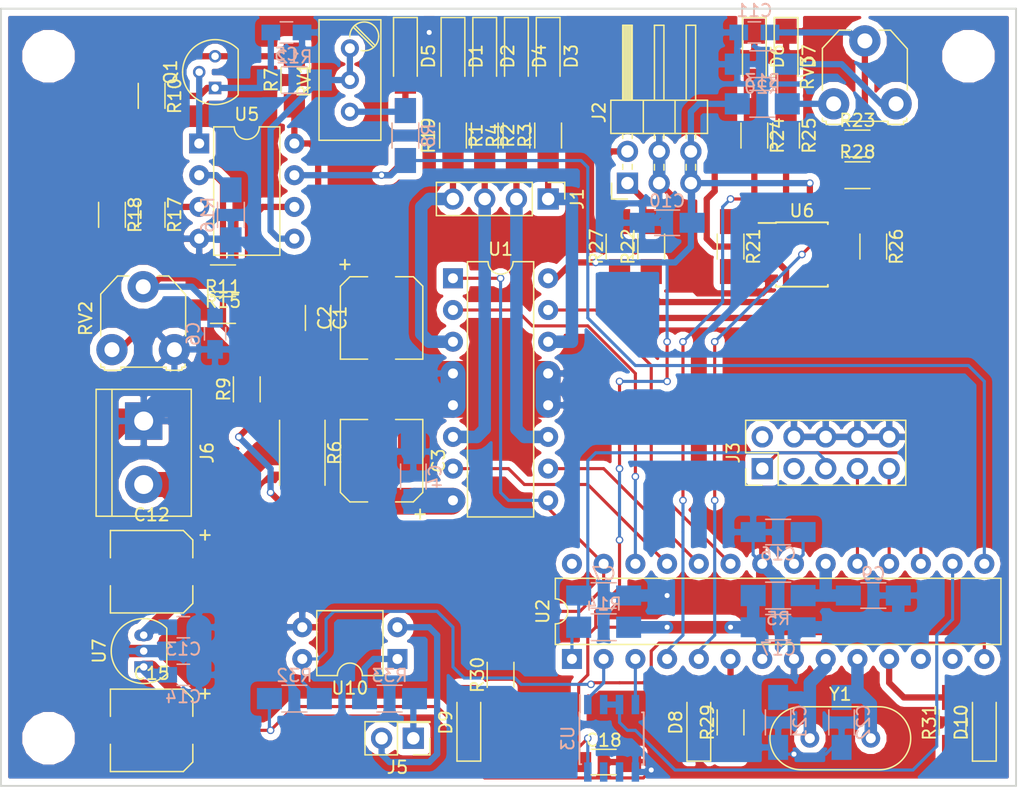
<source format=kicad_pcb>
(kicad_pcb (version 4) (host pcbnew 4.0.7)
  (layers (0 F.Cu signal) (31 B.Cu signal) (34 B.Paste user) (35 F.Paste user) (36 B.SilkS user) (37 F.SilkS user) (38 B.Mask user) (39 F.Mask user) (44 Edge.Cuts user))
  (net 0 "")
  (net 1 +12V)
  (net 2 GND)
  (net 3 /MPower)
  (net 4 "Net-(C6-Pad1)")
  (net 5 +5V)
  (net 6 "Net-(C11-Pad1)")
  (net 7 "Net-(C16-Pad2)")
  (net 8 "Net-(D1-Pad2)")
  (net 9 "Net-(D2-Pad2)")
  (net 10 "Net-(D3-Pad2)")
  (net 11 "Net-(D4-Pad2)")
  (net 12 "Net-(D5-Pad2)")
  (net 13 "Net-(D6-Pad2)")
  (net 14 "Net-(D7-Pad2)")
  (net 15 "Net-(J1-Pad1)")
  (net 16 "Net-(J1-Pad2)")
  (net 17 "Net-(J1-Pad3)")
  (net 18 "Net-(J1-Pad4)")
  (net 19 "Net-(J2-Pad1)")
  (net 20 "Net-(Q1-Pad2)")
  (net 21 "Net-(Q1-Pad3)")
  (net 22 /Overload)
  (net 23 "Net-(R8-Pad2)")
  (net 24 "Net-(R16-Pad1)")
  (net 25 "Net-(R10-Pad2)")
  (net 26 "Net-(R11-Pad1)")
  (net 27 "Net-(R12-Pad1)")
  (net 28 "Net-(R13-Pad1)")
  (net 29 "Net-(R15-Pad1)")
  (net 30 "Net-(R20-Pad2)")
  (net 31 "Net-(R21-Pad2)")
  (net 32 "Net-(R23-Pad1)")
  (net 33 "Net-(R26-Pad2)")
  (net 34 "Net-(R28-Pad1)")
  (net 35 /Run)
  (net 36 "Net-(U2-Pad3)")
  (net 37 "Net-(J2-Pad2)")
  (net 38 "Net-(J5-Pad1)")
  (net 39 "Net-(R33-Pad2)")
  (net 40 "Net-(J5-Pad2)")
  (net 41 /Sense)
  (net 42 /~Reset)
  (net 43 "Net-(C9-Pad2)")
  (net 44 "Net-(C21-Pad2)")
  (net 45 "Net-(C22-Pad2)")
  (net 46 "Net-(D8-Pad2)")
  (net 47 "Net-(D9-Pad2)")
  (net 48 "Net-(J3-Pad1)")
  (net 49 "Net-(J3-Pad7)")
  (net 50 "Net-(J3-Pad9)")
  (net 51 /S1)
  (net 52 /S2)
  (net 53 "Net-(R29-Pad2)")
  (net 54 /Dir)
  (net 55 /MA)
  (net 56 /MC)
  (net 57 /MB)
  (net 58 /MD)
  (net 59 "Net-(U2-Pad2)")
  (net 60 "Net-(U2-Pad16)")
  (net 61 "Net-(D10-Pad2)")
  (net 62 "Net-(R31-Pad2)")
  (module Mounting_Holes:MountingHole_3.2mm_M3 (layer F.Cu) (at 161.29 41.91)
    (fp_text reference REF** hide)
    (fp_text value "" hide)
    (pad 1 np_thru_hole circle (at 0 0) (size 3.2 3.2) (drill 3.2) (layers *.Cu *.Mask))
  )
  (module Mounting_Holes:MountingHole_3.2mm_M3 (layer F.Cu) (at 87.63 41.91)
    (fp_text reference REF** hide)
    (fp_text value "" hide)
    (pad 1 np_thru_hole circle (at 0 0) (size 3.2 3.2) (drill 3.2) (layers *.Cu *.Mask))
  )
  (module Capacitors_SMD:C_1206_HandSoldering (layer F.Cu) (at 109.22 62.865 270)
    (fp_text reference C1 (at 0 -1.75 270) (layer F.SilkS))
    (fp_text value 0,1)
    (pad 1 smd rect (at -2 0 270) (size 2 1.6) (layers F.Cu F.Paste F.Mask) (net 1 +12V))
    (pad 2 smd rect (at 2 0 270) (size 2 1.6) (layers F.Cu F.Paste F.Mask) (net 2 GND))
  )
  (module Capacitors_SMD:CP_Elec_6.3x5.3 (layer F.Cu) (at 114.3 62.865 270)
    (fp_text reference C2 (at 0 4.56 270) (layer F.SilkS))
    (fp_text value 47,0)
    (fp_text user + (at -4.28 3.01 270) (layer F.SilkS))
    (pad 1 smd rect (at -2.7 0 90) (size 3.5 1.6) (layers F.Cu F.Paste F.Mask) (net 1 +12V))
    (pad 2 smd rect (at 2.7 0 90) (size 3.5 1.6) (layers F.Cu F.Paste F.Mask) (net 2 GND))
  )
  (module Capacitors_SMD:CP_Elec_6.3x5.3 (layer F.Cu) (at 114.3 74.295 90)
    (fp_text reference C3 (at 0 4.56 90) (layer F.SilkS))
    (fp_text value 47,0)
    (fp_text user + (at -4.28 3.01 90) (layer F.SilkS))
    (pad 1 smd rect (at -2.7 0 270) (size 3.5 1.6) (layers F.Cu F.Paste F.Mask) (net 3 /MPower))
    (pad 2 smd rect (at 2.7 0 270) (size 3.5 1.6) (layers F.Cu F.Paste F.Mask) (net 2 GND))
  )
  (module Capacitors_SMD:C_1206_HandSoldering (layer B.Cu) (at 116.84 75.565 90)
    (fp_text reference C4 (at 0 1.75 90) (layer B.SilkS) (effects (justify mirror)))
    (fp_text value 0,1)
    (pad 1 smd rect (at -2 0 90) (size 2 1.6) (layers B.Cu B.Paste B.Mask) (net 3 /MPower))
    (pad 2 smd rect (at 2 0 90) (size 2 1.6) (layers B.Cu B.Paste B.Mask) (net 2 GND))
  )
  (module Capacitors_SMD:C_0805_HandSoldering (layer B.Cu) (at 106.68 40.005)
    (fp_text reference C5 (at 0 1.75) (layer B.SilkS) (effects (justify mirror)))
    (fp_text value 1,0)
    (pad 1 smd rect (at -1.25 0) (size 1.5 1.25) (layers B.Cu B.Paste B.Mask) (net 41 /Sense))
    (pad 2 smd rect (at 1.25 0) (size 1.5 1.25) (layers B.Cu B.Paste B.Mask) (net 2 GND))
  )
  (module Capacitors_SMD:C_0805_HandSoldering (layer B.Cu) (at 100.965 64.135 270)
    (fp_text reference C6 (at 0 1.75 270) (layer B.SilkS) (effects (justify mirror)))
    (fp_text value 1,0)
    (pad 1 smd rect (at -1.25 0 270) (size 1.5 1.25) (layers B.Cu B.Paste B.Mask) (net 4 "Net-(C6-Pad1)"))
    (pad 2 smd rect (at 1.25 0 270) (size 1.5 1.25) (layers B.Cu B.Paste B.Mask) (net 2 GND))
  )
  (module Capacitors_SMD:C_1206_HandSoldering (layer B.Cu) (at 137.16 55.245 180)
    (fp_text reference C10 (at 0 1.75 180) (layer B.SilkS) (effects (justify mirror)))
    (fp_text value 0,1)
    (pad 1 smd rect (at -2 0 180) (size 2 1.6) (layers B.Cu B.Paste B.Mask) (net 5 +5V))
    (pad 2 smd rect (at 2 0 180) (size 2 1.6) (layers B.Cu B.Paste B.Mask) (net 2 GND))
  )
  (module Capacitors_SMD:C_0805_HandSoldering (layer B.Cu) (at 144.145 40.005 180)
    (fp_text reference C11 (at 0 1.75 180) (layer B.SilkS) (effects (justify mirror)))
    (fp_text value 1,0)
    (pad 1 smd rect (at -1.25 0 180) (size 1.5 1.25) (layers B.Cu B.Paste B.Mask) (net 6 "Net-(C11-Pad1)"))
    (pad 2 smd rect (at 1.25 0 180) (size 1.5 1.25) (layers B.Cu B.Paste B.Mask) (net 2 GND))
  )
  (module Capacitors_SMD:CP_Elec_6.3x5.3 (layer F.Cu) (at 95.885 83.185 180)
    (fp_text reference C12 (at 0 4.56 180) (layer F.SilkS))
    (fp_text value 47,0)
    (fp_text user + (at -4.28 3.01 180) (layer F.SilkS))
    (pad 1 smd rect (at -2.7 0) (size 3.5 1.6) (layers F.Cu F.Paste F.Mask) (net 1 +12V))
    (pad 2 smd rect (at 2.7 0) (size 3.5 1.6) (layers F.Cu F.Paste F.Mask) (net 2 GND))
  )
  (module Capacitors_SMD:C_0805_HandSoldering (layer B.Cu) (at 98.425 87.63)
    (fp_text reference C13 (at 0 1.75) (layer B.SilkS) (effects (justify mirror)))
    (fp_text value 0,33)
    (pad 1 smd rect (at -1.25 0) (size 1.5 1.25) (layers B.Cu B.Paste B.Mask) (net 1 +12V))
    (pad 2 smd rect (at 1.25 0) (size 1.5 1.25) (layers B.Cu B.Paste B.Mask) (net 2 GND))
  )
  (module Capacitors_SMD:C_0805_HandSoldering (layer B.Cu) (at 98.425 91.44)
    (fp_text reference C14 (at 0 1.75) (layer B.SilkS) (effects (justify mirror)))
    (fp_text value 0,33)
    (pad 1 smd rect (at -1.25 0) (size 1.5 1.25) (layers B.Cu B.Paste B.Mask) (net 5 +5V))
    (pad 2 smd rect (at 1.25 0) (size 1.5 1.25) (layers B.Cu B.Paste B.Mask) (net 2 GND))
  )
  (module Capacitors_SMD:CP_Elec_6.3x5.7 (layer F.Cu) (at 95.885 95.885 180)
    (fp_text reference C15 (at 0 4.56 180) (layer F.SilkS))
    (fp_text value 100,0)
    (fp_text user + (at -4.28 3.01 180) (layer F.SilkS))
    (pad 1 smd rect (at -2.7 0) (size 3.5 1.6) (layers F.Cu F.Paste F.Mask) (net 5 +5V))
    (pad 2 smd rect (at 2.7 0) (size 3.5 1.6) (layers F.Cu F.Paste F.Mask) (net 2 GND))
  )
  (module LEDs:LED_1206_HandSoldering (layer F.Cu) (at 120.015 41.91 270)
    (fp_text reference D1 (at 0 -1.85 270) (layer F.SilkS))
    (fp_text value A)
    (pad 1 smd rect (at -2 0 270) (size 2 1.7) (layers F.Cu F.Paste F.Mask) (net 2 GND))
    (pad 2 smd rect (at 2 0 270) (size 2 1.7) (layers F.Cu F.Paste F.Mask) (net 8 "Net-(D1-Pad2)"))
  )
  (module LEDs:LED_1206_HandSoldering (layer F.Cu) (at 122.555 41.91 270)
    (fp_text reference D2 (at 0 -1.85 270) (layer F.SilkS))
    (fp_text value B)
    (pad 1 smd rect (at -2 0 270) (size 2 1.7) (layers F.Cu F.Paste F.Mask) (net 2 GND))
    (pad 2 smd rect (at 2 0 270) (size 2 1.7) (layers F.Cu F.Paste F.Mask) (net 9 "Net-(D2-Pad2)"))
  )
  (module LEDs:LED_1206_HandSoldering (layer F.Cu) (at 127.635 41.91 270)
    (fp_text reference D3 (at 0 -1.85 270) (layer F.SilkS))
    (fp_text value D)
    (pad 1 smd rect (at -2 0 270) (size 2 1.7) (layers F.Cu F.Paste F.Mask) (net 2 GND))
    (pad 2 smd rect (at 2 0 270) (size 2 1.7) (layers F.Cu F.Paste F.Mask) (net 10 "Net-(D3-Pad2)"))
  )
  (module LEDs:LED_1206_HandSoldering (layer F.Cu) (at 125.095 41.91 270)
    (fp_text reference D4 (at 0 -1.85 270) (layer F.SilkS))
    (fp_text value C)
    (pad 1 smd rect (at -2 0 270) (size 2 1.7) (layers F.Cu F.Paste F.Mask) (net 2 GND))
    (pad 2 smd rect (at 2 0 270) (size 2 1.7) (layers F.Cu F.Paste F.Mask) (net 11 "Net-(D4-Pad2)"))
  )
  (module LEDs:LED_1206_HandSoldering (layer F.Cu) (at 116.205 41.91 270)
    (fp_text reference D5 (at 0 -1.85 270) (layer F.SilkS))
    (fp_text value LED)
    (pad 1 smd rect (at -2 0 270) (size 2 1.7) (layers F.Cu F.Paste F.Mask) (net 2 GND))
    (pad 2 smd rect (at 2 0 270) (size 2 1.7) (layers F.Cu F.Paste F.Mask) (net 12 "Net-(D5-Pad2)"))
  )
  (module LEDs:LED_1206_HandSoldering (layer F.Cu) (at 144.145 41.91 270)
    (fp_text reference D6 (at 0 -1.85 270) (layer F.SilkS))
    (fp_text value LED)
    (pad 1 smd rect (at -2 0 270) (size 2 1.7) (layers F.Cu F.Paste F.Mask) (net 2 GND))
    (pad 2 smd rect (at 2 0 270) (size 2 1.7) (layers F.Cu F.Paste F.Mask) (net 13 "Net-(D6-Pad2)"))
  )
  (module LEDs:LED_1206_HandSoldering (layer F.Cu) (at 146.685 41.91 270)
    (fp_text reference D7 (at 0 -1.85 270) (layer F.SilkS))
    (fp_text value LED)
    (pad 1 smd rect (at -2 0 270) (size 2 1.7) (layers F.Cu F.Paste F.Mask) (net 2 GND))
    (pad 2 smd rect (at 2 0 270) (size 2 1.7) (layers F.Cu F.Paste F.Mask) (net 14 "Net-(D7-Pad2)"))
  )
  (module Pin_Headers:Pin_Header_Straight_1x04_Pitch2.54mm (layer F.Cu) (at 127.635 53.34 270)
    (fp_text reference J1 (at 0 -2.33 270) (layer F.SilkS))
    (fp_text value Motor)
    (pad 1 thru_hole rect (at 0 0 270) (size 1.7 1.7) (drill 1) (layers *.Cu *.Mask) (net 15 "Net-(J1-Pad1)"))
    (pad 2 thru_hole oval (at 0 2.54 270) (size 1.7 1.7) (drill 1) (layers *.Cu *.Mask) (net 16 "Net-(J1-Pad2)"))
    (pad 3 thru_hole oval (at 0 5.08 270) (size 1.7 1.7) (drill 1) (layers *.Cu *.Mask) (net 17 "Net-(J1-Pad3)"))
    (pad 4 thru_hole oval (at 0 7.62 270) (size 1.7 1.7) (drill 1) (layers *.Cu *.Mask) (net 18 "Net-(J1-Pad4)"))
  )
  (module Pin_Headers:Pin_Header_Angled_2x03_Pitch2.54mm (layer F.Cu) (at 133.985 52.07 90)
    (fp_text reference J2 (at 5.655 -2.27 90) (layer F.SilkS))
    (fp_text value Hall)
    (pad 1 thru_hole rect (at 0 0 90) (size 1.7 1.7) (drill 1) (layers *.Cu *.Mask) (net 19 "Net-(J2-Pad1)"))
    (pad 2 thru_hole oval (at 2.54 0 90) (size 1.7 1.7) (drill 1) (layers *.Cu *.Mask) (net 37 "Net-(J2-Pad2)"))
    (pad 3 thru_hole oval (at 0 2.54 90) (size 1.7 1.7) (drill 1) (layers *.Cu *.Mask) (net 2 GND))
    (pad 4 thru_hole oval (at 2.54 2.54 90) (size 1.7 1.7) (drill 1) (layers *.Cu *.Mask) (net 2 GND))
    (pad 5 thru_hole oval (at 0 5.08 90) (size 1.7 1.7) (drill 1) (layers *.Cu *.Mask) (net 5 +5V))
    (pad 6 thru_hole oval (at 2.54 5.08 90) (size 1.7 1.7) (drill 1) (layers *.Cu *.Mask) (net 5 +5V))
  )
  (module TO_SOT_Packages_THT:TO-92_Molded_Narrow (layer F.Cu) (at 100.965 44.45 90)
    (fp_text reference Q1 (at 1.27 -3.56 90) (layer F.SilkS))
    (fp_text value 2N3904)
    (pad 2 thru_hole circle (at 1.27 -1.27 180) (size 1 1) (drill 0.6) (layers *.Cu *.Mask) (net 20 "Net-(Q1-Pad2)"))
    (pad 3 thru_hole circle (at 2.54 0 180) (size 1 1) (drill 0.6) (layers *.Cu *.Mask) (net 21 "Net-(Q1-Pad3)"))
    (pad 1 thru_hole rect (at 0 0 180) (size 1 1) (drill 0.6) (layers *.Cu *.Mask) (net 41 /Sense))
  )
  (module Resistors_SMD:R_1206_HandSoldering (layer F.Cu) (at 120.015 48.26 270)
    (fp_text reference R1 (at 0 -1.85 270) (layer F.SilkS))
    (fp_text value 560)
    (pad 1 smd rect (at -2 0 270) (size 2 1.7) (layers F.Cu F.Paste F.Mask) (net 8 "Net-(D1-Pad2)"))
    (pad 2 smd rect (at 2 0 270) (size 2 1.7) (layers F.Cu F.Paste F.Mask) (net 18 "Net-(J1-Pad4)"))
  )
  (module Resistors_SMD:R_1206_HandSoldering (layer F.Cu) (at 122.555 48.26 270)
    (fp_text reference R2 (at 0 -1.85 270) (layer F.SilkS))
    (fp_text value 560)
    (pad 1 smd rect (at -2 0 270) (size 2 1.7) (layers F.Cu F.Paste F.Mask) (net 9 "Net-(D2-Pad2)"))
    (pad 2 smd rect (at 2 0 270) (size 2 1.7) (layers F.Cu F.Paste F.Mask) (net 17 "Net-(J1-Pad3)"))
  )
  (module Resistors_SMD:R_1206_HandSoldering (layer F.Cu) (at 127.635 48.26 90)
    (fp_text reference R3 (at 0 -1.85 90) (layer F.SilkS))
    (fp_text value 560)
    (pad 1 smd rect (at -2 0 90) (size 2 1.7) (layers F.Cu F.Paste F.Mask) (net 15 "Net-(J1-Pad1)"))
    (pad 2 smd rect (at 2 0 90) (size 2 1.7) (layers F.Cu F.Paste F.Mask) (net 10 "Net-(D3-Pad2)"))
  )
  (module Resistors_SMD:R_1206_HandSoldering (layer F.Cu) (at 125.095 48.26 90)
    (fp_text reference R4 (at 0 -1.85 90) (layer F.SilkS))
    (fp_text value 560)
    (pad 1 smd rect (at -2 0 90) (size 2 1.7) (layers F.Cu F.Paste F.Mask) (net 16 "Net-(J1-Pad2)"))
    (pad 2 smd rect (at 2 0 90) (size 2 1.7) (layers F.Cu F.Paste F.Mask) (net 11 "Net-(D4-Pad2)"))
  )
  (module Resistors_SMD:R_2512_HandSoldering (layer F.Cu) (at 107.95 73.66 270)
    (fp_text reference R6 (at 0 -2.6 270) (layer F.SilkS))
    (fp_text value "0,2 2W 1%")
    (pad 1 smd rect (at -3.95 0 270) (size 2.7 3.2) (layers F.Cu F.Paste F.Mask) (net 1 +12V))
    (pad 2 smd rect (at 3.95 0 270) (size 2.7 3.2) (layers F.Cu F.Paste F.Mask) (net 3 /MPower))
  )
  (module Resistors_SMD:R_1206_HandSoldering (layer F.Cu) (at 107.315 43.815 90)
    (fp_text reference R7 (at 0 -1.85 90) (layer F.SilkS))
    (fp_text value "200 1%")
    (pad 1 smd rect (at -2 0 90) (size 2 1.7) (layers F.Cu F.Paste F.Mask) (net 1 +12V))
    (pad 2 smd rect (at 2 0 90) (size 2 1.7) (layers F.Cu F.Paste F.Mask) (net 21 "Net-(Q1-Pad3)"))
  )
  (module Resistors_SMD:R_1206_HandSoldering (layer B.Cu) (at 116.205 48.26 90)
    (fp_text reference R8 (at 0 1.85 90) (layer B.SilkS) (effects (justify mirror)))
    (fp_text value 1,5m)
    (pad 1 smd rect (at -2 0 90) (size 2 1.7) (layers B.Cu B.Paste B.Mask) (net 22 /Overload))
    (pad 2 smd rect (at 2 0 90) (size 2 1.7) (layers B.Cu B.Paste B.Mask) (net 23 "Net-(R8-Pad2)"))
  )
  (module Resistors_SMD:R_1206_HandSoldering (layer F.Cu) (at 103.505 68.58 90)
    (fp_text reference R9 (at 0 -1.85 90) (layer F.SilkS))
    (fp_text value 10k)
    (pad 1 smd rect (at -2 0 90) (size 2 1.7) (layers F.Cu F.Paste F.Mask) (net 3 /MPower))
    (pad 2 smd rect (at 2 0 90) (size 2 1.7) (layers F.Cu F.Paste F.Mask) (net 24 "Net-(R16-Pad1)"))
  )
  (module Resistors_SMD:R_1206_HandSoldering (layer F.Cu) (at 95.885 45.085 270)
    (fp_text reference R10 (at 0 -1.85 270) (layer F.SilkS))
    (fp_text value 10k)
    (pad 1 smd rect (at -2 0 270) (size 2 1.7) (layers F.Cu F.Paste F.Mask) (net 21 "Net-(Q1-Pad3)"))
    (pad 2 smd rect (at 2 0 270) (size 2 1.7) (layers F.Cu F.Paste F.Mask) (net 25 "Net-(R10-Pad2)"))
  )
  (module Resistors_SMD:R_1206_HandSoldering (layer F.Cu) (at 101.6 62.23)
    (fp_text reference R11 (at 0 -1.85) (layer F.SilkS))
    (fp_text value 9,1k)
    (pad 1 smd rect (at -2 0) (size 2 1.7) (layers F.Cu F.Paste F.Mask) (net 26 "Net-(R11-Pad1)"))
    (pad 2 smd rect (at 2 0) (size 2 1.7) (layers F.Cu F.Paste F.Mask) (net 1 +12V))
  )
  (module Resistors_SMD:R_1206_HandSoldering (layer B.Cu) (at 107.315 43.815 180)
    (fp_text reference R12 (at 0 1.85 180) (layer B.SilkS) (effects (justify mirror)))
    (fp_text value 10k)
    (pad 1 smd rect (at -2 0 180) (size 2 1.7) (layers B.Cu B.Paste B.Mask) (net 27 "Net-(R12-Pad1)"))
    (pad 2 smd rect (at 2 0 180) (size 2 1.7) (layers B.Cu B.Paste B.Mask) (net 41 /Sense))
  )
  (module Resistors_SMD:R_1206_HandSoldering (layer B.Cu) (at 144.78 45.72 180)
    (fp_text reference R13 (at 0 1.85 180) (layer B.SilkS) (effects (justify mirror)))
    (fp_text value 1k)
    (pad 1 smd rect (at -2 0 180) (size 2 1.7) (layers B.Cu B.Paste B.Mask) (net 28 "Net-(R13-Pad1)"))
    (pad 2 smd rect (at 2 0 180) (size 2 1.7) (layers B.Cu B.Paste B.Mask) (net 5 +5V))
  )
  (module Resistors_SMD:R_1206_HandSoldering (layer F.Cu) (at 101.6 59.69 180)
    (fp_text reference R15 (at 0 -1.85 180) (layer F.SilkS))
    (fp_text value 10k)
    (pad 1 smd rect (at -2 0 180) (size 2 1.7) (layers F.Cu F.Paste F.Mask) (net 29 "Net-(R15-Pad1)"))
    (pad 2 smd rect (at 2 0 180) (size 2 1.7) (layers F.Cu F.Paste F.Mask) (net 4 "Net-(C6-Pad1)"))
  )
  (module Resistors_SMD:R_1206_HandSoldering (layer B.Cu) (at 102.235 54.61 270)
    (fp_text reference R16 (at 0 1.85 270) (layer B.SilkS) (effects (justify mirror)))
    (fp_text value 10k)
    (pad 1 smd rect (at -2 0 270) (size 2 1.7) (layers B.Cu B.Paste B.Mask) (net 24 "Net-(R16-Pad1)"))
    (pad 2 smd rect (at 2 0 270) (size 2 1.7) (layers B.Cu B.Paste B.Mask) (net 2 GND))
  )
  (module Resistors_SMD:R_1206_HandSoldering (layer F.Cu) (at 95.885 54.61 270)
    (fp_text reference R17 (at 0 -1.85 270) (layer F.SilkS))
    (fp_text value 10k)
    (pad 1 smd rect (at -2 0 270) (size 2 1.7) (layers F.Cu F.Paste F.Mask) (net 25 "Net-(R10-Pad2)"))
    (pad 2 smd rect (at 2 0 270) (size 2 1.7) (layers F.Cu F.Paste F.Mask) (net 2 GND))
  )
  (module Resistors_SMD:R_1206_HandSoldering (layer F.Cu) (at 92.71 54.61 270)
    (fp_text reference R18 (at 0 -1.85 270) (layer F.SilkS))
    (fp_text value "2k 1%")
    (pad 1 smd rect (at -2 0 270) (size 2 1.7) (layers F.Cu F.Paste F.Mask) (net 41 /Sense))
    (pad 2 smd rect (at 2 0 270) (size 2 1.7) (layers F.Cu F.Paste F.Mask) (net 2 GND))
  )
  (module Resistors_SMD:R_1206_HandSoldering (layer F.Cu) (at 116.205 48.26 270)
    (fp_text reference R19 (at 0 -1.85 270) (layer F.SilkS))
    (fp_text value 560)
    (pad 1 smd rect (at -2 0 270) (size 2 1.7) (layers F.Cu F.Paste F.Mask) (net 12 "Net-(D5-Pad2)"))
    (pad 2 smd rect (at 2 0 270) (size 2 1.7) (layers F.Cu F.Paste F.Mask) (net 22 /Overload))
  )
  (module Resistors_SMD:R_1206_HandSoldering (layer B.Cu) (at 144.78 42.545)
    (fp_text reference R20 (at 0 1.85) (layer B.SilkS) (effects (justify mirror)))
    (fp_text value 1k)
    (pad 1 smd rect (at -2 0) (size 2 1.7) (layers B.Cu B.Paste B.Mask) (net 2 GND))
    (pad 2 smd rect (at 2 0) (size 2 1.7) (layers B.Cu B.Paste B.Mask) (net 30 "Net-(R20-Pad2)"))
  )
  (module Resistors_SMD:R_1206_HandSoldering (layer F.Cu) (at 142.24 57.15 270)
    (fp_text reference R21 (at 0 -1.85 270) (layer F.SilkS))
    (fp_text value 220k)
    (pad 1 smd rect (at -2 0 270) (size 2 1.7) (layers F.Cu F.Paste F.Mask) (net 51 /S1))
    (pad 2 smd rect (at 2 0 270) (size 2 1.7) (layers F.Cu F.Paste F.Mask) (net 31 "Net-(R21-Pad2)"))
  )
  (module Resistors_SMD:R_1206_HandSoldering (layer F.Cu) (at 135.89 57.15 90)
    (fp_text reference R22 (at 0 -1.85 90) (layer F.SilkS))
    (fp_text value 1k)
    (pad 1 smd rect (at -2 0 90) (size 2 1.7) (layers F.Cu F.Paste F.Mask) (net 31 "Net-(R21-Pad2)"))
    (pad 2 smd rect (at 2 0 90) (size 2 1.7) (layers F.Cu F.Paste F.Mask) (net 19 "Net-(J2-Pad1)"))
  )
  (module Resistors_SMD:R_1206_HandSoldering (layer F.Cu) (at 152.4 48.895)
    (fp_text reference R23 (at 0 -1.85) (layer F.SilkS))
    (fp_text value 1k)
    (pad 1 smd rect (at -2 0) (size 2 1.7) (layers F.Cu F.Paste F.Mask) (net 32 "Net-(R23-Pad1)"))
    (pad 2 smd rect (at 2 0) (size 2 1.7) (layers F.Cu F.Paste F.Mask) (net 6 "Net-(C11-Pad1)"))
  )
  (module Resistors_SMD:R_1206_HandSoldering (layer F.Cu) (at 144.145 48.26 270)
    (fp_text reference R24 (at 0 -1.85 270) (layer F.SilkS))
    (fp_text value 560)
    (pad 1 smd rect (at -2 0 270) (size 2 1.7) (layers F.Cu F.Paste F.Mask) (net 13 "Net-(D6-Pad2)"))
    (pad 2 smd rect (at 2 0 270) (size 2 1.7) (layers F.Cu F.Paste F.Mask) (net 51 /S1))
  )
  (module Resistors_SMD:R_1206_HandSoldering (layer F.Cu) (at 146.685 48.26 270)
    (fp_text reference R25 (at 0 -1.85 270) (layer F.SilkS))
    (fp_text value 560)
    (pad 1 smd rect (at -2 0 270) (size 2 1.7) (layers F.Cu F.Paste F.Mask) (net 14 "Net-(D7-Pad2)"))
    (pad 2 smd rect (at 2 0 270) (size 2 1.7) (layers F.Cu F.Paste F.Mask) (net 52 /S2))
  )
  (module Resistors_SMD:R_1206_HandSoldering (layer F.Cu) (at 153.67 57.15 270)
    (fp_text reference R26 (at 0 -1.85 270) (layer F.SilkS))
    (fp_text value 220k)
    (pad 1 smd rect (at -2 0 270) (size 2 1.7) (layers F.Cu F.Paste F.Mask) (net 52 /S2))
    (pad 2 smd rect (at 2 0 270) (size 2 1.7) (layers F.Cu F.Paste F.Mask) (net 33 "Net-(R26-Pad2)"))
  )
  (module Resistors_SMD:R_1206_HandSoldering (layer F.Cu) (at 133.35 57.15 90)
    (fp_text reference R27 (at 0 -1.85 90) (layer F.SilkS))
    (fp_text value 1k)
    (pad 1 smd rect (at -2 0 90) (size 2 1.7) (layers F.Cu F.Paste F.Mask) (net 33 "Net-(R26-Pad2)"))
    (pad 2 smd rect (at 2 0 90) (size 2 1.7) (layers F.Cu F.Paste F.Mask) (net 37 "Net-(J2-Pad2)"))
  )
  (module Resistors_SMD:R_1206_HandSoldering (layer F.Cu) (at 152.4 51.435)
    (fp_text reference R28 (at 0 -1.85) (layer F.SilkS))
    (fp_text value 1k)
    (pad 1 smd rect (at -2 0) (size 2 1.7) (layers F.Cu F.Paste F.Mask) (net 34 "Net-(R28-Pad1)"))
    (pad 2 smd rect (at 2 0) (size 2 1.7) (layers F.Cu F.Paste F.Mask) (net 6 "Net-(C11-Pad1)"))
  )
  (module Potentiometers:Potentiometer_Trimmer_Bourns_3296W (layer F.Cu) (at 111.76 41.275 90)
    (fp_text reference RV1 (at -2.54 -3.66 90) (layer F.SilkS))
    (fp_text value 1m)
    (pad 1 thru_hole circle (at 0 0 90) (size 1.44 1.44) (drill 0.8) (layers *.Cu *.Mask) (net 27 "Net-(R12-Pad1)"))
    (pad 2 thru_hole circle (at -2.54 0 90) (size 1.44 1.44) (drill 0.8) (layers *.Cu *.Mask) (net 27 "Net-(R12-Pad1)"))
    (pad 3 thru_hole circle (at -5.08 0 90) (size 1.44 1.44) (drill 0.8) (layers *.Cu *.Mask) (net 23 "Net-(R8-Pad2)"))
  )
  (module Potentiometers:Potentiometer_Triwood_RM-065 (layer F.Cu) (at 92.71 65.405)
    (fp_text reference RV2 (at -2.1 -2.5 90) (layer F.SilkS))
    (fp_text value 1k)
    (pad 2 thru_hole circle (at 2.5 -5.04) (size 2.5 2.5) (drill 1.2) (layers *.Cu *.Mask) (net 4 "Net-(C6-Pad1)"))
    (pad 3 thru_hole circle (at 5 0) (size 2.5 2.5) (drill 1.2) (layers *.Cu *.Mask) (net 2 GND))
    (pad 1 thru_hole circle (at 0 0) (size 2.5 2.5) (drill 1.2) (layers *.Cu *.Mask) (net 26 "Net-(R11-Pad1)"))
  )
  (module Potentiometers:Potentiometer_Triwood_RM-065 (layer F.Cu) (at 150.495 45.72)
    (fp_text reference RV3 (at -2.1 -2.5 90) (layer F.SilkS))
    (fp_text value 1k)
    (pad 2 thru_hole circle (at 2.5 -5.04) (size 2.5 2.5) (drill 1.2) (layers *.Cu *.Mask) (net 6 "Net-(C11-Pad1)"))
    (pad 3 thru_hole circle (at 5 0) (size 2.5 2.5) (drill 1.2) (layers *.Cu *.Mask) (net 30 "Net-(R20-Pad2)"))
    (pad 1 thru_hole circle (at 0 0) (size 2.5 2.5) (drill 1.2) (layers *.Cu *.Mask) (net 28 "Net-(R13-Pad1)"))
  )
  (module Housings_DIP:DIP-16_W7.62mm (layer F.Cu) (at 120.015 59.69)
    (fp_text reference U1 (at 3.81 -2.33) (layer F.SilkS))
    (fp_text value L293D)
    (pad 1 thru_hole rect (at 0 0) (size 1.6 1.6) (drill 0.8) (layers *.Cu *.Mask) (net 35 /Run))
    (pad 9 thru_hole oval (at 7.62 17.78) (size 1.6 1.6) (drill 0.8) (layers *.Cu *.Mask) (net 35 /Run))
    (pad 2 thru_hole oval (at 0 2.54) (size 1.6 1.6) (drill 0.8) (layers *.Cu *.Mask) (net 55 /MA))
    (pad 10 thru_hole oval (at 7.62 15.24) (size 1.6 1.6) (drill 0.8) (layers *.Cu *.Mask) (net 56 /MC))
    (pad 3 thru_hole oval (at 0 5.08) (size 1.6 1.6) (drill 0.8) (layers *.Cu *.Mask) (net 18 "Net-(J1-Pad4)"))
    (pad 11 thru_hole oval (at 7.62 12.7) (size 1.6 1.6) (drill 0.8) (layers *.Cu *.Mask) (net 16 "Net-(J1-Pad2)"))
    (pad 4 thru_hole oval (at 0 7.62) (size 1.6 1.6) (drill 0.8) (layers *.Cu *.Mask) (net 2 GND))
    (pad 12 thru_hole oval (at 7.62 10.16) (size 1.6 1.6) (drill 0.8) (layers *.Cu *.Mask) (net 2 GND))
    (pad 5 thru_hole oval (at 0 10.16) (size 1.6 1.6) (drill 0.8) (layers *.Cu *.Mask) (net 2 GND))
    (pad 13 thru_hole oval (at 7.62 7.62) (size 1.6 1.6) (drill 0.8) (layers *.Cu *.Mask) (net 2 GND))
    (pad 6 thru_hole oval (at 0 12.7) (size 1.6 1.6) (drill 0.8) (layers *.Cu *.Mask) (net 17 "Net-(J1-Pad3)"))
    (pad 14 thru_hole oval (at 7.62 5.08) (size 1.6 1.6) (drill 0.8) (layers *.Cu *.Mask) (net 15 "Net-(J1-Pad1)"))
    (pad 7 thru_hole oval (at 0 15.24) (size 1.6 1.6) (drill 0.8) (layers *.Cu *.Mask) (net 57 /MB))
    (pad 15 thru_hole oval (at 7.62 2.54) (size 1.6 1.6) (drill 0.8) (layers *.Cu *.Mask) (net 58 /MD))
    (pad 8 thru_hole oval (at 0 17.78) (size 1.6 1.6) (drill 0.8) (layers *.Cu *.Mask) (net 3 /MPower))
    (pad 16 thru_hole oval (at 7.62 0) (size 1.6 1.6) (drill 0.8) (layers *.Cu *.Mask) (net 5 +5V))
  )
  (module Housings_DIP:DIP-8_W7.62mm (layer F.Cu) (at 99.695 48.895)
    (fp_text reference U5 (at 3.81 -2.33) (layer F.SilkS))
    (fp_text value TL082)
    (pad 1 thru_hole rect (at 0 0) (size 1.6 1.6) (drill 0.8) (layers *.Cu *.Mask) (net 20 "Net-(Q1-Pad2)"))
    (pad 5 thru_hole oval (at 7.62 7.62) (size 1.6 1.6) (drill 0.8) (layers *.Cu *.Mask) (net 27 "Net-(R12-Pad1)"))
    (pad 2 thru_hole oval (at 0 2.54) (size 1.6 1.6) (drill 0.8) (layers *.Cu *.Mask) (net 24 "Net-(R16-Pad1)"))
    (pad 6 thru_hole oval (at 7.62 5.08) (size 1.6 1.6) (drill 0.8) (layers *.Cu *.Mask) (net 29 "Net-(R15-Pad1)"))
    (pad 3 thru_hole oval (at 0 5.08) (size 1.6 1.6) (drill 0.8) (layers *.Cu *.Mask) (net 25 "Net-(R10-Pad2)"))
    (pad 7 thru_hole oval (at 7.62 2.54) (size 1.6 1.6) (drill 0.8) (layers *.Cu *.Mask) (net 22 /Overload))
    (pad 4 thru_hole oval (at 0 7.62) (size 1.6 1.6) (drill 0.8) (layers *.Cu *.Mask) (net 2 GND))
    (pad 8 thru_hole oval (at 7.62 0) (size 1.6 1.6) (drill 0.8) (layers *.Cu *.Mask) (net 1 +12V))
  )
  (module Housings_SOIC:SOIC-8_3.9x4.9mm_Pitch1.27mm (layer F.Cu) (at 147.955 57.785)
    (fp_text reference U6 (at 0 -3.5) (layer F.SilkS))
    (fp_text value LM2904)
    (pad 1 smd rect (at -2.7 -1.905) (size 1.55 0.6) (layers F.Cu F.Paste F.Mask) (net 51 /S1))
    (pad 2 smd rect (at -2.7 -0.635) (size 1.55 0.6) (layers F.Cu F.Paste F.Mask) (net 32 "Net-(R23-Pad1)"))
    (pad 3 smd rect (at -2.7 0.635) (size 1.55 0.6) (layers F.Cu F.Paste F.Mask) (net 31 "Net-(R21-Pad2)"))
    (pad 4 smd rect (at -2.7 1.905) (size 1.55 0.6) (layers F.Cu F.Paste F.Mask) (net 2 GND))
    (pad 5 smd rect (at 2.7 1.905) (size 1.55 0.6) (layers F.Cu F.Paste F.Mask) (net 33 "Net-(R26-Pad2)"))
    (pad 6 smd rect (at 2.7 0.635) (size 1.55 0.6) (layers F.Cu F.Paste F.Mask) (net 34 "Net-(R28-Pad1)"))
    (pad 7 smd rect (at 2.7 -0.635) (size 1.55 0.6) (layers F.Cu F.Paste F.Mask) (net 52 /S2))
    (pad 8 smd rect (at 2.7 -1.905) (size 1.55 0.6) (layers F.Cu F.Paste F.Mask) (net 5 +5V))
  )
  (module TO_SOT_Packages_THT:TO-92_Inline_Narrow_Oval (layer F.Cu) (at 95.25 90.805 90)
    (fp_text reference U7 (at 1.27 -3.56 90) (layer F.SilkS))
    (fp_text value L78L05)
    (pad 2 thru_hole oval (at 1.27 0 270) (size 0.9 1.5) (drill 0.6) (layers *.Cu *.Mask) (net 2 GND))
    (pad 3 thru_hole oval (at 2.54 0 270) (size 0.9 1.5) (drill 0.6) (layers *.Cu *.Mask) (net 1 +12V))
    (pad 1 thru_hole rect (at 0 0 270) (size 0.9 1.5) (drill 0.6) (layers *.Cu *.Mask) (net 5 +5V))
  )
  (module Resistors_SMD:R_1206_HandSoldering (layer B.Cu) (at 107.315 93.345 180)
    (fp_text reference R32 (at 0 1.85 180) (layer B.SilkS) (effects (justify mirror)))
    (fp_text value 1k)
    (pad 1 smd rect (at -2 0 180) (size 2 1.7) (layers B.Cu B.Paste B.Mask) (net 54 /Dir))
    (pad 2 smd rect (at 2 0 180) (size 2 1.7) (layers B.Cu B.Paste B.Mask) (net 5 +5V))
  )
  (module Resistors_SMD:R_1206_HandSoldering (layer B.Cu) (at 114.935 93.345 180)
    (fp_text reference R33 (at 0 1.85 180) (layer B.SilkS) (effects (justify mirror)))
    (fp_text value 1k)
    (pad 1 smd rect (at -2 0 180) (size 2 1.7) (layers B.Cu B.Paste B.Mask) (net 38 "Net-(J5-Pad1)"))
    (pad 2 smd rect (at 2 0 180) (size 2 1.7) (layers B.Cu B.Paste B.Mask) (net 39 "Net-(R33-Pad2)"))
  )
  (module Housings_DIP:DIP-4_W7.62mm (layer F.Cu) (at 115.57 90.17 180)
    (fp_text reference U10 (at 3.81 -2.33 180) (layer F.SilkS))
    (fp_text value PC817)
    (pad 1 thru_hole rect (at 0 0 180) (size 1.6 1.6) (drill 0.8) (layers *.Cu *.Mask) (net 39 "Net-(R33-Pad2)"))
    (pad 3 thru_hole oval (at 7.62 2.54 180) (size 1.6 1.6) (drill 0.8) (layers *.Cu *.Mask) (net 2 GND))
    (pad 2 thru_hole oval (at 0 2.54 180) (size 1.6 1.6) (drill 0.8) (layers *.Cu *.Mask) (net 40 "Net-(J5-Pad2)"))
    (pad 4 thru_hole oval (at 7.62 0 180) (size 1.6 1.6) (drill 0.8) (layers *.Cu *.Mask) (net 54 /Dir))
  )
  (module Pin_Headers:Pin_Header_Straight_2x01_Pitch2.54mm (layer F.Cu) (at 116.84 96.52 180)
    (fp_text reference J5 (at 1.27 -2.33 180) (layer F.SilkS))
    (fp_text value Dir)
    (pad 1 thru_hole rect (at 0 0 180) (size 1.7 1.7) (drill 1) (layers *.Cu *.Mask) (net 38 "Net-(J5-Pad1)"))
    (pad 2 thru_hole oval (at 2.54 0 180) (size 1.7 1.7) (drill 1) (layers *.Cu *.Mask) (net 40 "Net-(J5-Pad2)"))
  )
  (module Connectors_Terminal_Blocks:TerminalBlock_bornier-2_P5.08mm (layer F.Cu) (at 95.25 71.12 270)
    (fp_text reference J6 (at 2.54 -5.08 270) (layer F.SilkS))
    (fp_text value +12)
    (pad 1 thru_hole rect (at 0 0 270) (size 3 3) (drill 1.52) (layers *.Cu *.Mask) (net 2 GND))
    (pad 2 thru_hole circle (at 5.08 0 270) (size 3 3) (drill 1.52) (layers *.Cu *.Mask) (net 1 +12V))
  )
  (module Capacitors_SMD:C_1206_HandSoldering (layer B.Cu) (at 146.05 87.63)
    (fp_text reference C17 (at 0 1.75) (layer B.SilkS) (effects (justify mirror)))
    (fp_text value 0,1)
    (pad 1 smd rect (at -2 0) (size 2 1.6) (layers B.Cu B.Paste B.Mask) (net 5 +5V))
    (pad 2 smd rect (at 2 0) (size 2 1.6) (layers B.Cu B.Paste B.Mask) (net 2 GND))
  )
  (module Capacitors_SMD:C_1206_HandSoldering (layer F.Cu) (at 132.08 98.425)
    (fp_text reference C18 (at 0 -1.75) (layer F.SilkS))
    (fp_text value 0,1)
    (pad 1 smd rect (at -2 0) (size 2 1.6) (layers F.Cu F.Paste F.Mask) (net 5 +5V))
    (pad 2 smd rect (at 2 0) (size 2 1.6) (layers F.Cu F.Paste F.Mask) (net 2 GND))
  )
  (module Capacitors_SMD:C_1206_HandSoldering (layer B.Cu) (at 132.08 85.09 180)
    (fp_text reference C7 (at 0 1.75 180) (layer B.SilkS) (effects (justify mirror)))
    (fp_text value 0,1)
    (pad 1 smd rect (at -2 0 180) (size 2 1.6) (layers B.Cu B.Paste B.Mask) (net 2 GND))
    (pad 2 smd rect (at 2 0 180) (size 2 1.6) (layers B.Cu B.Paste B.Mask) (net 42 /~Reset))
  )
  (module Capacitors_SMD:C_1206_HandSoldering (layer B.Cu) (at 153.67 85.09 180)
    (fp_text reference C9 (at 0 1.75 180) (layer B.SilkS) (effects (justify mirror)))
    (fp_text value 0,1)
    (pad 1 smd rect (at -2 0 180) (size 2 1.6) (layers B.Cu B.Paste B.Mask) (net 2 GND))
    (pad 2 smd rect (at 2 0 180) (size 2 1.6) (layers B.Cu B.Paste B.Mask) (net 43 "Net-(C9-Pad2)"))
  )
  (module Capacitors_SMD:C_1206_HandSoldering (layer B.Cu) (at 146.05 80.01)
    (fp_text reference C16 (at 0 1.75) (layer B.SilkS) (effects (justify mirror)))
    (fp_text value 0,1)
    (pad 1 smd rect (at -2 0) (size 2 1.6) (layers B.Cu B.Paste B.Mask) (net 2 GND))
    (pad 2 smd rect (at 2 0) (size 2 1.6) (layers B.Cu B.Paste B.Mask) (net 7 "Net-(C16-Pad2)"))
  )
  (module Capacitors_SMD:C_1206_HandSoldering (layer B.Cu) (at 146.05 95.25 90)
    (fp_text reference C21 (at 0 1.75 90) (layer B.SilkS) (effects (justify mirror)))
    (fp_text value 18)
    (pad 1 smd rect (at -2 0 90) (size 2 1.6) (layers B.Cu B.Paste B.Mask) (net 2 GND))
    (pad 2 smd rect (at 2 0 90) (size 2 1.6) (layers B.Cu B.Paste B.Mask) (net 44 "Net-(C21-Pad2)"))
  )
  (module Capacitors_SMD:C_1206_HandSoldering (layer B.Cu) (at 151.13 95.25 90)
    (fp_text reference C22 (at 0 1.75 90) (layer B.SilkS) (effects (justify mirror)))
    (fp_text value 18)
    (pad 1 smd rect (at -2 0 90) (size 2 1.6) (layers B.Cu B.Paste B.Mask) (net 2 GND))
    (pad 2 smd rect (at 2 0 90) (size 2 1.6) (layers B.Cu B.Paste B.Mask) (net 45 "Net-(C22-Pad2)"))
  )
  (module LEDs:LED_1206_HandSoldering (layer F.Cu) (at 139.7 95.25 90)
    (fp_text reference D8 (at 0 -1.85 90) (layer F.SilkS))
    (fp_text value Err)
    (pad 1 smd rect (at -2 0 90) (size 2 1.7) (layers F.Cu F.Paste F.Mask) (net 2 GND))
    (pad 2 smd rect (at 2 0 90) (size 2 1.7) (layers F.Cu F.Paste F.Mask) (net 46 "Net-(D8-Pad2)"))
  )
  (module LEDs:LED_1206_HandSoldering (layer F.Cu) (at 121.285 95.25 90)
    (fp_text reference D9 (at 0 -1.85 90) (layer F.SilkS))
    (fp_text value Run)
    (pad 1 smd rect (at -2 0 90) (size 2 1.7) (layers F.Cu F.Paste F.Mask) (net 2 GND))
    (pad 2 smd rect (at 2 0 90) (size 2 1.7) (layers F.Cu F.Paste F.Mask) (net 47 "Net-(D9-Pad2)"))
  )
  (module Pin_Headers:Pin_Header_Straight_2x05_Pitch2.54mm (layer F.Cu) (at 144.78 74.93 90)
    (fp_text reference J3 (at 1.27 -2.33 90) (layer F.SilkS))
    (fp_text value ISP)
    (pad 1 thru_hole rect (at 0 0 90) (size 1.7 1.7) (drill 1) (layers *.Cu *.Mask) (net 48 "Net-(J3-Pad1)"))
    (pad 2 thru_hole oval (at 2.54 0 90) (size 1.7 1.7) (drill 1) (layers *.Cu *.Mask))
    (pad 3 thru_hole oval (at 0 2.54 90) (size 1.7 1.7) (drill 1) (layers *.Cu *.Mask))
    (pad 4 thru_hole oval (at 2.54 2.54 90) (size 1.7 1.7) (drill 1) (layers *.Cu *.Mask) (net 2 GND))
    (pad 5 thru_hole oval (at 0 5.08 90) (size 1.7 1.7) (drill 1) (layers *.Cu *.Mask) (net 42 /~Reset))
    (pad 6 thru_hole oval (at 2.54 5.08 90) (size 1.7 1.7) (drill 1) (layers *.Cu *.Mask) (net 2 GND))
    (pad 7 thru_hole oval (at 0 7.62 90) (size 1.7 1.7) (drill 1) (layers *.Cu *.Mask) (net 49 "Net-(J3-Pad7)"))
    (pad 8 thru_hole oval (at 2.54 7.62 90) (size 1.7 1.7) (drill 1) (layers *.Cu *.Mask) (net 2 GND))
    (pad 9 thru_hole oval (at 0 10.16 90) (size 1.7 1.7) (drill 1) (layers *.Cu *.Mask) (net 50 "Net-(J3-Pad9)"))
    (pad 10 thru_hole oval (at 2.54 10.16 90) (size 1.7 1.7) (drill 1) (layers *.Cu *.Mask) (net 2 GND))
  )
  (module Resistors_SMD:R_1206_HandSoldering (layer B.Cu) (at 146.05 85.09)
    (fp_text reference R5 (at 0 1.85) (layer B.SilkS) (effects (justify mirror)))
    (fp_text value 100)
    (pad 1 smd rect (at -2 0) (size 2 1.7) (layers B.Cu B.Paste B.Mask) (net 5 +5V))
    (pad 2 smd rect (at 2 0) (size 2 1.7) (layers B.Cu B.Paste B.Mask) (net 43 "Net-(C9-Pad2)"))
  )
  (module Resistors_SMD:R_1206_HandSoldering (layer B.Cu) (at 132.08 87.63 180)
    (fp_text reference R14 (at 0 1.85 180) (layer B.SilkS) (effects (justify mirror)))
    (fp_text value 10k)
    (pad 1 smd rect (at -2 0 180) (size 2 1.7) (layers B.Cu B.Paste B.Mask) (net 5 +5V))
    (pad 2 smd rect (at 2 0 180) (size 2 1.7) (layers B.Cu B.Paste B.Mask) (net 42 /~Reset))
  )
  (module Resistors_SMD:R_1206_HandSoldering (layer F.Cu) (at 142.24 95.25 90)
    (fp_text reference R29 (at 0 -1.85 90) (layer F.SilkS))
    (fp_text value 560)
    (pad 1 smd rect (at -2 0 90) (size 2 1.7) (layers F.Cu F.Paste F.Mask) (net 46 "Net-(D8-Pad2)"))
    (pad 2 smd rect (at 2 0 90) (size 2 1.7) (layers F.Cu F.Paste F.Mask) (net 53 "Net-(R29-Pad2)"))
  )
  (module Resistors_SMD:R_1206_HandSoldering (layer F.Cu) (at 123.825 91.44 90)
    (fp_text reference R30 (at 0 -1.85 90) (layer F.SilkS))
    (fp_text value 560)
    (pad 1 smd rect (at -2 0 90) (size 2 1.7) (layers F.Cu F.Paste F.Mask) (net 47 "Net-(D9-Pad2)"))
    (pad 2 smd rect (at 2 0 90) (size 2 1.7) (layers F.Cu F.Paste F.Mask) (net 35 /Run))
  )
  (module Housings_SOIC:SOIC-8_3.9x4.9mm_Pitch1.27mm (layer B.Cu) (at 132.715 96.52 270)
    (fp_text reference U3 (at 0 3.5 270) (layer B.SilkS) (effects (justify mirror)))
    (fp_text value MAX485E)
    (pad 1 smd rect (at -2.7 1.905 270) (size 1.55 0.6) (layers B.Cu B.Paste B.Mask) (net 59 "Net-(U2-Pad2)"))
    (pad 2 smd rect (at -2.7 0.635 270) (size 1.55 0.6) (layers B.Cu B.Paste B.Mask) (net 60 "Net-(U2-Pad16)"))
    (pad 3 smd rect (at -2.7 -0.635 270) (size 1.55 0.6) (layers B.Cu B.Paste B.Mask) (net 60 "Net-(U2-Pad16)"))
    (pad 4 smd rect (at -2.7 -1.905 270) (size 1.55 0.6) (layers B.Cu B.Paste B.Mask) (net 36 "Net-(U2-Pad3)"))
    (pad 5 smd rect (at 2.7 -1.905 270) (size 1.55 0.6) (layers B.Cu B.Paste B.Mask) (net 2 GND))
    (pad 6 smd rect (at 2.7 -0.635 270) (size 1.55 0.6) (layers B.Cu B.Paste B.Mask))
    (pad 7 smd rect (at 2.7 0.635 270) (size 1.55 0.6) (layers B.Cu B.Paste B.Mask))
    (pad 8 smd rect (at 2.7 1.905 270) (size 1.55 0.6) (layers B.Cu B.Paste B.Mask) (net 5 +5V))
  )
  (module Crystals:Crystal_HC49-U_Vertical (layer F.Cu) (at 148.59 96.52)
    (fp_text reference Y1 (at 2.44 -3.525) (layer F.SilkS))
    (fp_text value Crystal)
    (pad 1 thru_hole circle (at 0 0) (size 1.5 1.5) (drill 0.8) (layers *.Cu *.Mask) (net 44 "Net-(C21-Pad2)"))
    (pad 2 thru_hole circle (at 4.88 0) (size 1.5 1.5) (drill 0.8) (layers *.Cu *.Mask) (net 45 "Net-(C22-Pad2)"))
  )
  (module Housings_DIP:DIP-28_W7.62mm (layer F.Cu) (at 129.54 90.17 90)
    (fp_text reference U2 (at 3.81 -2.33 90) (layer F.SilkS))
    (fp_text value ATMEGA8-16PU)
    (pad 1 thru_hole rect (at 0 0 90) (size 1.6 1.6) (drill 0.8) (layers *.Cu *.Mask) (net 42 /~Reset))
    (pad 15 thru_hole oval (at 7.62 33.02 90) (size 1.6 1.6) (drill 0.8) (layers *.Cu *.Mask) (net 22 /Overload))
    (pad 2 thru_hole oval (at 0 2.54 90) (size 1.6 1.6) (drill 0.8) (layers *.Cu *.Mask) (net 59 "Net-(U2-Pad2)"))
    (pad 16 thru_hole oval (at 7.62 30.48 90) (size 1.6 1.6) (drill 0.8) (layers *.Cu *.Mask) (net 60 "Net-(U2-Pad16)"))
    (pad 3 thru_hole oval (at 0 5.08 90) (size 1.6 1.6) (drill 0.8) (layers *.Cu *.Mask) (net 36 "Net-(U2-Pad3)"))
    (pad 17 thru_hole oval (at 7.62 27.94 90) (size 1.6 1.6) (drill 0.8) (layers *.Cu *.Mask) (net 48 "Net-(J3-Pad1)"))
    (pad 4 thru_hole oval (at 0 7.62 90) (size 1.6 1.6) (drill 0.8) (layers *.Cu *.Mask) (net 51 /S1))
    (pad 18 thru_hole oval (at 7.62 25.4 90) (size 1.6 1.6) (drill 0.8) (layers *.Cu *.Mask) (net 50 "Net-(J3-Pad9)"))
    (pad 5 thru_hole oval (at 0 10.16 90) (size 1.6 1.6) (drill 0.8) (layers *.Cu *.Mask) (net 52 /S2))
    (pad 19 thru_hole oval (at 7.62 22.86 90) (size 1.6 1.6) (drill 0.8) (layers *.Cu *.Mask) (net 49 "Net-(J3-Pad7)"))
    (pad 6 thru_hole oval (at 0 12.7 90) (size 1.6 1.6) (drill 0.8) (layers *.Cu *.Mask) (net 53 "Net-(R29-Pad2)"))
    (pad 20 thru_hole oval (at 7.62 20.32 90) (size 1.6 1.6) (drill 0.8) (layers *.Cu *.Mask) (net 43 "Net-(C9-Pad2)"))
    (pad 7 thru_hole oval (at 0 15.24 90) (size 1.6 1.6) (drill 0.8) (layers *.Cu *.Mask) (net 5 +5V))
    (pad 21 thru_hole oval (at 7.62 17.78 90) (size 1.6 1.6) (drill 0.8) (layers *.Cu *.Mask) (net 7 "Net-(C16-Pad2)"))
    (pad 8 thru_hole oval (at 0 17.78 90) (size 1.6 1.6) (drill 0.8) (layers *.Cu *.Mask) (net 2 GND))
    (pad 22 thru_hole oval (at 7.62 15.24 90) (size 1.6 1.6) (drill 0.8) (layers *.Cu *.Mask) (net 2 GND))
    (pad 9 thru_hole oval (at 0 20.32 90) (size 1.6 1.6) (drill 0.8) (layers *.Cu *.Mask) (net 44 "Net-(C21-Pad2)"))
    (pad 23 thru_hole oval (at 7.62 12.7 90) (size 1.6 1.6) (drill 0.8) (layers *.Cu *.Mask) (net 58 /MD))
    (pad 10 thru_hole oval (at 0 22.86 90) (size 1.6 1.6) (drill 0.8) (layers *.Cu *.Mask) (net 45 "Net-(C22-Pad2)"))
    (pad 24 thru_hole oval (at 7.62 10.16 90) (size 1.6 1.6) (drill 0.8) (layers *.Cu *.Mask) (net 56 /MC))
    (pad 11 thru_hole oval (at 0 25.4 90) (size 1.6 1.6) (drill 0.8) (layers *.Cu *.Mask) (net 62 "Net-(R31-Pad2)"))
    (pad 25 thru_hole oval (at 7.62 7.62 90) (size 1.6 1.6) (drill 0.8) (layers *.Cu *.Mask) (net 57 /MB))
    (pad 12 thru_hole oval (at 0 27.94 90) (size 1.6 1.6) (drill 0.8) (layers *.Cu *.Mask))
    (pad 26 thru_hole oval (at 7.62 5.08 90) (size 1.6 1.6) (drill 0.8) (layers *.Cu *.Mask) (net 55 /MA))
    (pad 13 thru_hole oval (at 0 30.48 90) (size 1.6 1.6) (drill 0.8) (layers *.Cu *.Mask))
    (pad 27 thru_hole oval (at 7.62 2.54 90) (size 1.6 1.6) (drill 0.8) (layers *.Cu *.Mask) (net 35 /Run))
    (pad 14 thru_hole oval (at 0 33.02 90) (size 1.6 1.6) (drill 0.8) (layers *.Cu *.Mask) (net 54 /Dir))
    (pad 28 thru_hole oval (at 7.62 0 90) (size 1.6 1.6) (drill 0.8) (layers *.Cu *.Mask))
  )
  (module LEDs:LED_1206_HandSoldering (layer F.Cu) (at 162.56 95.25 90)
    (fp_text reference D10 (at 0 -1.85 90) (layer F.SilkS))
    (fp_text value IO)
    (pad 1 smd rect (at -2 0 90) (size 2 1.7) (layers F.Cu F.Paste F.Mask) (net 2 GND))
    (pad 2 smd rect (at 2 0 90) (size 2 1.7) (layers F.Cu F.Paste F.Mask) (net 61 "Net-(D10-Pad2)"))
  )
  (module Resistors_SMD:R_1206_HandSoldering (layer F.Cu) (at 160.02 95.25 90)
    (fp_text reference R31 (at 0 -1.85 90) (layer F.SilkS))
    (fp_text value 560)
    (pad 1 smd rect (at -2 0 90) (size 2 1.7) (layers F.Cu F.Paste F.Mask) (net 61 "Net-(D10-Pad2)"))
    (pad 2 smd rect (at 2 0 90) (size 2 1.7) (layers F.Cu F.Paste F.Mask) (net 62 "Net-(R31-Pad2)"))
  )
  (module Mounting_Holes:MountingHole_3.2mm_M3 (layer F.Cu) (at 87.63 96.52)
    (fp_text reference REF** hide)
    (fp_text value "" hide)
    (pad 1 np_thru_hole circle (at 0 0) (size 3.2 3.2) (drill 3.2) (layers *.Cu *.Mask))
  )
  (gr_line (start 83.82 100.33) (end 83.82 38.1) (angle 90) (layer Edge.Cuts) (width 0.15))
  (gr_line (start 165.1 100.33) (end 83.82 100.33) (angle 90) (layer Edge.Cuts) (width 0.15))
  (gr_line (start 165.1 38.1) (end 165.1 100.33) (angle 90) (layer Edge.Cuts) (width 0.15))
  (gr_line (start 83.82 38.1) (end 165.1 38.1) (angle 90) (layer Edge.Cuts) (width 0.15))
  (segment (start 95.25 88.265) (end 98.425 85.09) (width 1) (layer F.Cu) (net 1))
  (segment (start 98.425 85.09) (end 98.425 83.345) (width 1) (layer F.Cu) (net 1))
  (segment (start 98.425 83.345) (end 98.585 83.185) (width 1) (layer F.Cu) (net 1))
  (segment (start 97.175 87.63) (end 95.885 87.63) (width 1) (layer B.Cu) (net 1))
  (segment (start 95.885 87.63) (end 95.25 88.265) (width 1) (layer B.Cu) (net 1))
  (segment (start 98.585 83.185) (end 98.585 77.63) (width 2) (layer F.Cu) (net 1))
  (segment (start 98.585 77.63) (end 97.155 76.2) (width 2) (layer F.Cu) (net 1))
  (segment (start 97.155 76.2) (end 95.25 76.2) (width 2) (layer F.Cu) (net 1))
  (segment (start 95.25 76.2) (end 102.235 76.2) (width 2) (layer F.Cu) (net 1))
  (segment (start 102.235 76.2) (end 104.775 73.66) (width 2) (layer F.Cu) (net 1))
  (segment (start 104.775 73.66) (end 106.68 73.66) (width 2) (layer F.Cu) (net 1))
  (segment (start 106.68 73.66) (end 107.95 72.39) (width 2) (layer F.Cu) (net 1))
  (segment (start 107.95 72.39) (end 107.95 69.71) (width 2) (layer F.Cu) (net 1))
  (segment (start 103.6 62.23) (end 106.68 62.23) (width 0.5) (layer F.Cu) (net 1))
  (segment (start 109.22 60.865) (end 109.22 49.53) (width 0.5) (layer F.Cu) (net 1))
  (segment (start 108.585 48.895) (end 107.315 48.895) (width 0.5) (layer F.Cu) (net 1))
  (segment (start 109.22 49.53) (end 108.585 48.895) (width 0.5) (layer F.Cu) (net 1))
  (segment (start 107.315 45.815) (end 107.315 48.895) (width 0.5) (layer F.Cu) (net 1))
  (segment (start 109.22 60.865) (end 109.22 60.165) (width 1) (layer F.Cu) (net 1))
  (segment (start 109.22 60.165) (end 109.695 59.69) (width 1) (layer F.Cu) (net 1))
  (segment (start 109.695 59.69) (end 109.855 59.69) (width 1) (layer F.Cu) (net 1))
  (segment (start 109.855 59.69) (end 109.855 60.165) (width 1) (layer F.Cu) (net 1))
  (segment (start 107.95 69.71) (end 107.95 69.215) (width 2) (layer F.Cu) (net 1))
  (segment (start 107.95 69.215) (end 106.68 67.945) (width 2) (layer F.Cu) (net 1))
  (segment (start 106.68 67.945) (end 106.68 62.23) (width 2) (layer F.Cu) (net 1))
  (segment (start 106.68 62.23) (end 106.68 60.96) (width 2) (layer F.Cu) (net 1))
  (segment (start 106.68 60.96) (end 107.475 60.165) (width 2) (layer F.Cu) (net 1))
  (segment (start 107.475 60.165) (end 109.855 60.165) (width 2) (layer F.Cu) (net 1))
  (segment (start 109.855 60.165) (end 114.3 60.165) (width 2) (layer F.Cu) (net 1))
  (segment (start 107.95 87.63) (end 99.675 87.63) (width 0.25) (layer B.Cu) (net 2))
  (segment (start 144.05 80.01) (end 144.05 81.82) (width 0.25) (layer B.Cu) (net 2))
  (segment (start 144.05 81.82) (end 144.78 82.55) (width 0.25) (layer B.Cu) (net 2))
  (segment (start 121.285 97.25) (end 121.285 98.425) (width 0.25) (layer F.Cu) (net 2))
  (segment (start 135.255 99.695) (end 135.89 99.06) (width 0.25) (layer F.Cu) (net 2))
  (segment (start 122.555 99.695) (end 135.255 99.695) (width 0.25) (layer F.Cu) (net 2))
  (segment (start 121.285 98.425) (end 122.555 99.695) (width 0.25) (layer F.Cu) (net 2))
  (segment (start 134.08 98.425) (end 135.255 98.425) (width 0.25) (layer F.Cu) (net 2))
  (segment (start 135.255 98.425) (end 135.89 99.06) (width 0.25) (layer F.Cu) (net 2))
  (segment (start 134.62 99.22) (end 135.73 99.22) (width 0.25) (layer B.Cu) (net 2))
  (segment (start 135.89 99.06) (end 140.335 99.06) (width 0.25) (layer F.Cu) (net 2))
  (via (at 135.89 99.06) (size 0.6) (drill 0.4) (layers F.Cu B.Cu) (net 2))
  (segment (start 135.73 99.22) (end 135.89 99.06) (width 0.25) (layer B.Cu) (net 2))
  (segment (start 147.955 97.79) (end 147.32 97.79) (width 0.25) (layer B.Cu) (net 2))
  (segment (start 147.32 97.79) (end 146.05 97.79) (width 0.25) (layer F.Cu) (net 2))
  (via (at 147.32 97.79) (size 0.6) (drill 0.4) (layers F.Cu B.Cu) (net 2))
  (segment (start 151.13 97.25) (end 150.4 97.25) (width 0.25) (layer B.Cu) (net 2))
  (segment (start 150.4 97.25) (end 149.86 97.79) (width 0.25) (layer B.Cu) (net 2))
  (segment (start 149.86 97.79) (end 147.955 97.79) (width 0.25) (layer B.Cu) (net 2))
  (segment (start 147.955 97.79) (end 146.59 97.79) (width 0.25) (layer B.Cu) (net 2))
  (segment (start 146.59 97.79) (end 146.05 97.25) (width 0.25) (layer B.Cu) (net 2))
  (segment (start 147.32 90.17) (end 147.32 92.71) (width 0.5) (layer F.Cu) (net 2))
  (segment (start 147.32 92.71) (end 146.05 93.98) (width 0.5) (layer F.Cu) (net 2))
  (segment (start 146.05 93.98) (end 146.05 97.155) (width 0.5) (layer F.Cu) (net 2))
  (segment (start 146.05 95.885) (end 146.05 97.155) (width 0.5) (layer F.Cu) (net 2))
  (segment (start 146.05 98.425) (end 145.415 99.06) (width 0.5) (layer F.Cu) (net 2))
  (segment (start 139.7 98.425) (end 139.7 97.25) (width 0.5) (layer F.Cu) (net 2))
  (segment (start 140.335 99.06) (end 139.7 98.425) (width 0.5) (layer F.Cu) (net 2))
  (segment (start 145.415 99.06) (end 140.335 99.06) (width 0.5) (layer F.Cu) (net 2))
  (segment (start 146.05 97.155) (end 146.05 97.79) (width 0.5) (layer F.Cu) (net 2))
  (segment (start 146.05 97.79) (end 146.05 98.425) (width 0.5) (layer F.Cu) (net 2))
  (segment (start 147.32 92.71) (end 146.05 93.98) (width 0.5) (layer F.Cu) (net 2))
  (segment (start 146.05 93.98) (end 146.05 95.885) (width 0.5) (layer F.Cu) (net 2))
  (segment (start 162.56 98.425) (end 162.56 97.25) (width 0.5) (layer F.Cu) (net 2))
  (segment (start 161.925 99.06) (end 162.56 98.425) (width 0.5) (layer F.Cu) (net 2))
  (segment (start 146.685 99.06) (end 161.925 99.06) (width 0.5) (layer F.Cu) (net 2))
  (segment (start 146.05 98.425) (end 146.685 99.06) (width 0.5) (layer F.Cu) (net 2))
  (segment (start 147.32 90.17) (end 147.32 87.63) (width 1) (layer B.Cu) (net 2))
  (segment (start 147.32 87.63) (end 146.05 86.36) (width 1) (layer B.Cu) (net 2))
  (segment (start 146.05 83.82) (end 144.78 82.55) (width 1) (layer B.Cu) (net 2))
  (segment (start 146.05 86.36) (end 146.05 83.82) (width 1) (layer B.Cu) (net 2))
  (segment (start 147.32 90.17) (end 147.32 88.36) (width 1) (layer B.Cu) (net 2))
  (segment (start 147.32 88.36) (end 148.05 87.63) (width 1) (layer B.Cu) (net 2))
  (segment (start 148.05 87.63) (end 154.94 87.63) (width 1) (layer B.Cu) (net 2))
  (segment (start 155.67 86.9) (end 155.67 85.09) (width 1) (layer B.Cu) (net 2))
  (segment (start 154.94 87.63) (end 155.67 86.9) (width 1) (layer B.Cu) (net 2))
  (segment (start 144.78 82.55) (end 144.78 83.82) (width 1) (layer F.Cu) (net 2))
  (segment (start 137.16 85.09) (end 134.08 85.09) (width 1) (layer B.Cu) (net 2))
  (via (at 137.16 85.09) (size 0.6) (drill 0.4) (layers F.Cu B.Cu) (net 2))
  (segment (start 143.51 85.09) (end 137.16 85.09) (width 1) (layer F.Cu) (net 2))
  (segment (start 144.78 83.82) (end 143.51 85.09) (width 1) (layer F.Cu) (net 2))
  (segment (start 97.71 65.405) (end 97.71 69.85) (width 0.5) (layer B.Cu) (net 2))
  (segment (start 97.71 69.85) (end 97.79 69.85) (width 0.5) (layer B.Cu) (net 2))
  (segment (start 95.25 89.535) (end 92.075 89.535) (width 1) (layer F.Cu) (net 2))
  (segment (start 95.25 89.535) (end 99.675 89.535) (width 1) (layer B.Cu) (net 2))
  (segment (start 99.675 89.535) (end 99.695 89.535) (width 1) (layer B.Cu) (net 2))
  (segment (start 99.675 91.44) (end 99.675 89.535) (width 2) (layer B.Cu) (net 2))
  (segment (start 99.675 89.535) (end 99.675 87.63) (width 2) (layer B.Cu) (net 2))
  (segment (start 93.185 83.185) (end 93.185 81.755) (width 2) (layer F.Cu) (net 2))
  (segment (start 93.185 81.755) (end 92.075 80.645) (width 2) (layer F.Cu) (net 2))
  (segment (start 92.075 80.645) (end 92.075 72.39) (width 2) (layer F.Cu) (net 2))
  (segment (start 92.075 72.39) (end 93.345 71.12) (width 2) (layer F.Cu) (net 2))
  (segment (start 93.345 71.12) (end 95.25 71.12) (width 2) (layer F.Cu) (net 2))
  (segment (start 93.185 83.185) (end 93.185 85.25) (width 2) (layer F.Cu) (net 2))
  (segment (start 93.185 85.25) (end 92.075 86.36) (width 2) (layer F.Cu) (net 2))
  (segment (start 92.075 86.36) (end 92.075 89.535) (width 2) (layer F.Cu) (net 2))
  (segment (start 92.075 89.535) (end 92.075 94.775) (width 2) (layer F.Cu) (net 2))
  (segment (start 92.075 94.775) (end 93.185 95.885) (width 2) (layer F.Cu) (net 2))
  (segment (start 120.015 69.85) (end 97.79 69.85) (width 2) (layer B.Cu) (net 2))
  (segment (start 97.79 69.85) (end 96.52 69.85) (width 2) (layer B.Cu) (net 2))
  (segment (start 96.52 69.85) (end 95.25 71.12) (width 2) (layer B.Cu) (net 2))
  (segment (start 145.255 59.69) (end 145.255 60.419998) (width 0.5) (layer F.Cu) (net 2))
  (segment (start 145.255 60.419998) (end 144.78 60.894998) (width 0.5) (layer F.Cu) (net 2))
  (segment (start 144.78 60.894998) (end 139.634998 60.894998) (width 0.5) (layer F.Cu) (net 2))
  (segment (start 139.634998 60.894998) (end 138.43 59.69) (width 0.5) (layer F.Cu) (net 2))
  (segment (start 138.43 59.69) (end 138.43 53.975) (width 0.5) (layer F.Cu) (net 2))
  (segment (start 138.43 53.975) (end 136.525 52.07) (width 0.5) (layer F.Cu) (net 2))
  (segment (start 135.16 55.245) (end 135.89 55.245) (width 0.5) (layer B.Cu) (net 2))
  (segment (start 135.89 55.245) (end 136.525 54.61) (width 0.5) (layer B.Cu) (net 2))
  (segment (start 136.525 54.61) (end 136.525 52.07) (width 0.5) (layer B.Cu) (net 2))
  (segment (start 136.525 39.91) (end 136.525 49.53) (width 0.5) (layer F.Cu) (net 2))
  (segment (start 144.145 39.91) (end 146.685 39.91) (width 0.5) (layer F.Cu) (net 2))
  (segment (start 127.635 39.91) (end 136.525 39.91) (width 0.5) (layer F.Cu) (net 2))
  (segment (start 136.525 39.91) (end 144.145 39.91) (width 0.5) (layer F.Cu) (net 2))
  (segment (start 142.78 42.545) (end 142.78 40.12) (width 0.5) (layer B.Cu) (net 2))
  (segment (start 142.78 40.12) (end 142.895 40.005) (width 0.5) (layer B.Cu) (net 2))
  (segment (start 136.525 49.53) (end 136.525 43.18) (width 0.5) (layer B.Cu) (net 2))
  (segment (start 136.525 43.18) (end 137.16 42.545) (width 0.5) (layer B.Cu) (net 2))
  (segment (start 137.16 42.545) (end 142.78 42.545) (width 0.5) (layer B.Cu) (net 2))
  (segment (start 136.525 49.53) (end 136.525 52.07) (width 1) (layer B.Cu) (net 2))
  (segment (start 104.775 58.42) (end 104.775 64.135) (width 0.5) (layer B.Cu) (net 2))
  (segment (start 103.525 65.385) (end 100.965 65.385) (width 0.5) (layer B.Cu) (net 2))
  (segment (start 104.775 64.135) (end 103.525 65.385) (width 0.5) (layer B.Cu) (net 2))
  (segment (start 100.965 65.385) (end 97.73 65.385) (width 0.5) (layer B.Cu) (net 2))
  (segment (start 97.73 65.385) (end 97.71 65.405) (width 0.5) (layer B.Cu) (net 2))
  (segment (start 102.235 56.61) (end 102.965 56.61) (width 0.5) (layer B.Cu) (net 2))
  (segment (start 102.965 56.61) (end 104.775 58.42) (width 0.5) (layer B.Cu) (net 2))
  (segment (start 92.71 56.61) (end 95.885 56.61) (width 0.5) (layer F.Cu) (net 2))
  (segment (start 99.695 56.515) (end 95.98 56.515) (width 0.5) (layer F.Cu) (net 2))
  (segment (start 95.98 56.515) (end 95.885 56.61) (width 0.5) (layer F.Cu) (net 2))
  (segment (start 99.695 56.515) (end 102.14 56.515) (width 0.5) (layer B.Cu) (net 2))
  (segment (start 102.14 56.515) (end 102.235 56.61) (width 0.5) (layer B.Cu) (net 2))
  (segment (start 107.93 40.005) (end 118.11 40.005) (width 0.5) (layer B.Cu) (net 2))
  (via (at 118.11 40.005) (size 0.6) (drill 0.4) (layers F.Cu B.Cu) (net 2))
  (segment (start 118.11 40.005) (end 118.11 39.91) (width 0.5) (layer F.Cu) (net 2))
  (segment (start 109.22 64.865) (end 113.6 64.865) (width 1) (layer F.Cu) (net 2))
  (segment (start 113.6 64.865) (end 114.3 65.565) (width 1) (layer F.Cu) (net 2))
  (segment (start 120.015 69.85) (end 120.015 67.31) (width 2) (layer B.Cu) (net 2))
  (segment (start 127.635 69.85) (end 127.635 67.31) (width 2) (layer B.Cu) (net 2))
  (segment (start 127.635 69.85) (end 127.635 67.31) (width 2) (layer F.Cu) (net 2))
  (segment (start 120.015 69.85) (end 120.015 67.31) (width 2) (layer F.Cu) (net 2))
  (segment (start 114.3 71.595) (end 114.3 65.565) (width 2) (layer F.Cu) (net 2))
  (segment (start 118.11 39.91) (end 118.11 67.31) (width 0.5) (layer F.Cu) (net 2))
  (segment (start 127.635 39.91) (end 125.095 39.91) (width 0.5) (layer F.Cu) (net 2))
  (segment (start 125.095 39.91) (end 122.555 39.91) (width 0.5) (layer F.Cu) (net 2))
  (segment (start 122.555 39.91) (end 120.015 39.91) (width 0.5) (layer F.Cu) (net 2))
  (segment (start 120.015 39.91) (end 118.11 39.91) (width 0.5) (layer F.Cu) (net 2))
  (segment (start 118.11 39.91) (end 116.205 39.91) (width 0.5) (layer F.Cu) (net 2))
  (segment (start 116.84 73.565) (end 116.84 70.485) (width 2) (layer B.Cu) (net 2))
  (segment (start 117.475 69.85) (end 120.015 69.85) (width 2) (layer B.Cu) (net 2))
  (segment (start 116.84 70.485) (end 117.475 69.85) (width 2) (layer B.Cu) (net 2))
  (segment (start 120.015 69.85) (end 127.635 69.85) (width 2) (layer F.Cu) (net 2))
  (segment (start 120.015 67.31) (end 127.635 67.31) (width 2) (layer F.Cu) (net 2))
  (segment (start 120.015 67.31) (end 118.11 67.31) (width 2) (layer F.Cu) (net 2))
  (segment (start 118.11 67.31) (end 114.935 67.31) (width 2) (layer F.Cu) (net 2))
  (segment (start 114.935 67.31) (end 114.3 67.945) (width 2) (layer F.Cu) (net 2))
  (segment (start 114.3 67.945) (end 114.3 71.595) (width 2) (layer F.Cu) (net 2))
  (segment (start 120.015 69.85) (end 116.045 69.85) (width 2) (layer F.Cu) (net 2))
  (segment (start 116.045 69.85) (end 114.3 71.595) (width 2) (layer F.Cu) (net 2))
  (segment (start 103.505 70.58) (end 103.505 71.755) (width 0.5) (layer F.Cu) (net 3))
  (segment (start 103.505 71.755) (end 102.87 72.39) (width 0.5) (layer F.Cu) (net 3))
  (via (at 102.87 72.39) (size 0.6) (drill 0.4) (layers F.Cu B.Cu) (net 3))
  (segment (start 102.87 72.39) (end 105.41 74.93) (width 0.5) (layer B.Cu) (net 3))
  (segment (start 105.41 74.93) (end 105.41 76.835) (width 0.5) (layer B.Cu) (net 3))
  (via (at 105.41 76.835) (size 0.6) (drill 0.4) (layers F.Cu B.Cu) (net 3))
  (segment (start 105.41 76.835) (end 106.185 77.61) (width 0.5) (layer F.Cu) (net 3))
  (segment (start 106.185 77.61) (end 107.95 77.61) (width 0.5) (layer F.Cu) (net 3))
  (segment (start 107.905 77.565) (end 107.95 77.61) (width 0.5) (layer F.Cu) (net 3))
  (segment (start 107.95 77.61) (end 119.875 77.61) (width 2) (layer F.Cu) (net 3))
  (segment (start 119.875 77.61) (end 120.015 77.47) (width 2) (layer F.Cu) (net 3))
  (segment (start 120.015 77.47) (end 116.935 77.47) (width 2) (layer B.Cu) (net 3))
  (segment (start 116.935 77.47) (end 116.84 77.565) (width 2) (layer B.Cu) (net 3))
  (segment (start 120.015 77.47) (end 114.775 77.47) (width 2) (layer F.Cu) (net 3))
  (segment (start 114.775 77.47) (end 114.3 76.995) (width 2) (layer F.Cu) (net 3))
  (segment (start 100.965 62.885) (end 100.965 62.23) (width 0.5) (layer B.Cu) (net 4))
  (segment (start 100.965 62.23) (end 99.1 60.365) (width 0.5) (layer B.Cu) (net 4))
  (segment (start 99.1 60.365) (end 95.21 60.365) (width 0.5) (layer B.Cu) (net 4))
  (segment (start 95.21 60.365) (end 95.845 60.365) (width 0.5) (layer F.Cu) (net 4))
  (segment (start 95.845 60.365) (end 96.52 59.69) (width 0.5) (layer F.Cu) (net 4))
  (segment (start 96.52 59.69) (end 99.6 59.69) (width 0.5) (layer F.Cu) (net 4))
  (segment (start 131.445 87.63) (end 131.445 86.36) (width 0.25) (layer F.Cu) (net 5))
  (segment (start 137.16 64.77) (end 137.16 58.42) (width 0.25) (layer B.Cu) (net 5))
  (via (at 137.16 64.77) (size 0.6) (drill 0.4) (layers F.Cu B.Cu) (net 5))
  (segment (start 137.16 67.945) (end 137.16 64.77) (width 0.25) (layer F.Cu) (net 5))
  (via (at 137.16 67.945) (size 0.6) (drill 0.4) (layers F.Cu B.Cu) (net 5))
  (segment (start 133.35 67.945) (end 137.16 67.945) (width 0.25) (layer B.Cu) (net 5))
  (via (at 133.35 67.945) (size 0.6) (drill 0.4) (layers F.Cu B.Cu) (net 5))
  (segment (start 133.35 74.93) (end 133.35 67.945) (width 0.25) (layer F.Cu) (net 5))
  (via (at 133.35 74.93) (size 0.6) (drill 0.4) (layers F.Cu B.Cu) (net 5))
  (segment (start 133.35 80.645) (end 133.35 74.93) (width 0.25) (layer B.Cu) (net 5))
  (via (at 133.35 80.645) (size 0.6) (drill 0.4) (layers F.Cu B.Cu) (net 5))
  (segment (start 133.35 84.455) (end 133.35 80.645) (width 0.25) (layer F.Cu) (net 5))
  (segment (start 131.445 86.36) (end 133.35 84.455) (width 0.25) (layer F.Cu) (net 5))
  (segment (start 130.08 98.425) (end 127.635 98.425) (width 0.25) (layer F.Cu) (net 5))
  (segment (start 107.315 93.98) (end 105.41 95.885) (width 0.25) (layer F.Cu) (net 5))
  (segment (start 118.745 93.98) (end 107.315 93.98) (width 0.25) (layer F.Cu) (net 5))
  (segment (start 120.015 95.25) (end 118.745 93.98) (width 0.25) (layer F.Cu) (net 5))
  (segment (start 124.46 95.25) (end 120.015 95.25) (width 0.25) (layer F.Cu) (net 5))
  (segment (start 127.635 98.425) (end 124.46 95.25) (width 0.25) (layer F.Cu) (net 5))
  (segment (start 105.315 93.345) (end 105.315 95.79) (width 0.25) (layer B.Cu) (net 5))
  (segment (start 105.315 95.79) (end 105.41 95.885) (width 0.25) (layer B.Cu) (net 5))
  (via (at 105.41 95.885) (size 0.6) (drill 0.4) (layers F.Cu B.Cu) (net 5))
  (segment (start 105.41 95.885) (end 98.585 95.885) (width 0.25) (layer F.Cu) (net 5))
  (segment (start 137.16 87.63) (end 142.24 87.63) (width 1) (layer F.Cu) (net 5))
  (segment (start 142.24 87.63) (end 144.05 87.63) (width 1) (layer B.Cu) (net 5))
  (via (at 142.24 87.63) (size 0.6) (drill 0.4) (layers F.Cu B.Cu) (net 5))
  (segment (start 130.81 99.22) (end 130.81 96.52) (width 0.25) (layer B.Cu) (net 5))
  (segment (start 130.08 97.25) (end 130.08 98.425) (width 0.25) (layer F.Cu) (net 5))
  (segment (start 130.81 96.52) (end 130.08 97.25) (width 0.25) (layer F.Cu) (net 5))
  (via (at 130.81 96.52) (size 0.6) (drill 0.4) (layers F.Cu B.Cu) (net 5))
  (segment (start 130.08 98.425) (end 130.08 92.17) (width 0.25) (layer F.Cu) (net 5))
  (via (at 137.16 87.63) (size 0.6) (drill 0.4) (layers F.Cu B.Cu) (net 5))
  (segment (start 131.445 87.63) (end 137.16 87.63) (width 0.25) (layer F.Cu) (net 5))
  (segment (start 130.81 88.265) (end 131.445 87.63) (width 0.25) (layer F.Cu) (net 5))
  (segment (start 130.81 91.44) (end 130.81 88.265) (width 0.25) (layer F.Cu) (net 5))
  (segment (start 130.08 92.17) (end 130.81 91.44) (width 0.25) (layer F.Cu) (net 5))
  (segment (start 144.05 87.63) (end 144.05 85.09) (width 1) (layer B.Cu) (net 5))
  (segment (start 144.78 90.17) (end 144.78 88.36) (width 1) (layer B.Cu) (net 5))
  (segment (start 144.78 88.36) (end 144.05 87.63) (width 1) (layer B.Cu) (net 5))
  (segment (start 134.08 87.63) (end 137.16 87.63) (width 1) (layer B.Cu) (net 5))
  (segment (start 95.25 90.805) (end 95.885 90.805) (width 1) (layer F.Cu) (net 5))
  (segment (start 95.885 90.805) (end 98.585 93.505) (width 1) (layer F.Cu) (net 5))
  (segment (start 98.585 93.505) (end 98.585 95.885) (width 1) (layer F.Cu) (net 5))
  (segment (start 97.175 91.44) (end 95.885 91.44) (width 1) (layer B.Cu) (net 5))
  (segment (start 95.885 91.44) (end 95.25 90.805) (width 1) (layer B.Cu) (net 5))
  (segment (start 139.065 52.07) (end 148.59 52.07) (width 0.5) (layer B.Cu) (net 5))
  (via (at 148.59 52.07) (size 0.6) (drill 0.4) (layers F.Cu B.Cu) (net 5))
  (segment (start 148.59 52.07) (end 148.59 53.975) (width 0.5) (layer F.Cu) (net 5))
  (segment (start 148.59 53.975) (end 149.225 54.61) (width 0.5) (layer F.Cu) (net 5))
  (segment (start 149.225 54.61) (end 149.86 54.61) (width 0.5) (layer F.Cu) (net 5))
  (segment (start 149.86 54.61) (end 150.655 55.405) (width 0.5) (layer F.Cu) (net 5))
  (segment (start 150.655 55.405) (end 150.655 55.88) (width 0.5) (layer F.Cu) (net 5))
  (segment (start 139.16 55.245) (end 139.16 52.165) (width 0.5) (layer B.Cu) (net 5))
  (segment (start 139.16 52.165) (end 139.065 52.07) (width 0.5) (layer B.Cu) (net 5))
  (segment (start 127.635 59.69) (end 128.27 59.69) (width 0.5) (layer F.Cu) (net 5))
  (segment (start 128.27 59.69) (end 129.54 58.42) (width 0.5) (layer F.Cu) (net 5))
  (segment (start 131.445 58.42) (end 137.16 58.42) (width 0.5) (layer B.Cu) (net 5))
  (via (at 131.445 58.42) (size 0.6) (drill 0.4) (layers F.Cu B.Cu) (net 5))
  (segment (start 129.54 58.42) (end 131.445 58.42) (width 0.5) (layer F.Cu) (net 5))
  (segment (start 137.16 58.42) (end 137.795 58.42) (width 0.5) (layer B.Cu) (net 5))
  (segment (start 139.065 57.15) (end 139.065 52.07) (width 0.5) (layer B.Cu) (net 5))
  (segment (start 137.795 58.42) (end 139.065 57.15) (width 0.5) (layer B.Cu) (net 5))
  (segment (start 139.065 49.53) (end 139.065 46.355) (width 0.5) (layer B.Cu) (net 5))
  (segment (start 139.065 46.355) (end 139.7 45.72) (width 0.5) (layer B.Cu) (net 5))
  (segment (start 139.7 45.72) (end 142.78 45.72) (width 0.5) (layer B.Cu) (net 5))
  (segment (start 139.065 52.07) (end 139.065 49.53) (width 1) (layer B.Cu) (net 5))
  (segment (start 152.995 40.68) (end 152.995 47.49) (width 0.5) (layer F.Cu) (net 6))
  (segment (start 152.995 47.49) (end 154.4 48.895) (width 0.5) (layer F.Cu) (net 6))
  (segment (start 154.4 48.895) (end 154.4 51.435) (width 0.5) (layer F.Cu) (net 6))
  (segment (start 152.995 40.68) (end 152.44 40.68) (width 0.5) (layer B.Cu) (net 6))
  (segment (start 152.44 40.68) (end 151.765 40.005) (width 0.5) (layer B.Cu) (net 6))
  (segment (start 151.765 40.005) (end 145.395 40.005) (width 0.5) (layer B.Cu) (net 6))
  (segment (start 148.05 80.01) (end 148.05 81.82) (width 0.25) (layer B.Cu) (net 7))
  (segment (start 148.05 81.82) (end 147.32 82.55) (width 0.25) (layer B.Cu) (net 7))
  (segment (start 120.015 46.26) (end 120.015 43.91) (width 0.5) (layer F.Cu) (net 8))
  (segment (start 122.555 46.26) (end 122.555 43.91) (width 0.5) (layer F.Cu) (net 9))
  (segment (start 127.635 46.26) (end 127.635 43.91) (width 0.5) (layer F.Cu) (net 10))
  (segment (start 125.095 46.26) (end 125.095 43.91) (width 0.5) (layer F.Cu) (net 11))
  (segment (start 116.205 46.26) (end 116.205 43.91) (width 0.5) (layer F.Cu) (net 12))
  (segment (start 144.145 46.26) (end 144.145 43.91) (width 0.5) (layer F.Cu) (net 13))
  (segment (start 146.685 46.26) (end 146.685 43.91) (width 0.5) (layer F.Cu) (net 14))
  (segment (start 127.635 53.34) (end 127.635 50.26) (width 0.5) (layer F.Cu) (net 15))
  (segment (start 127.635 64.77) (end 129.54 64.77) (width 1) (layer B.Cu) (net 15))
  (segment (start 129.54 53.34) (end 127.635 53.34) (width 1) (layer B.Cu) (net 15))
  (segment (start 129.54 53.975) (end 129.54 53.34) (width 1) (layer B.Cu) (net 15))
  (segment (start 129.54 64.135) (end 129.54 53.975) (width 1) (layer B.Cu) (net 15))
  (segment (start 129.54 64.77) (end 129.54 64.135) (width 1) (layer B.Cu) (net 15))
  (segment (start 125.095 53.34) (end 125.095 50.26) (width 0.5) (layer F.Cu) (net 16))
  (segment (start 125.095 53.34) (end 125.095 71.755) (width 1) (layer B.Cu) (net 16))
  (segment (start 125.73 72.39) (end 127.635 72.39) (width 1) (layer B.Cu) (net 16))
  (segment (start 125.095 71.755) (end 125.73 72.39) (width 1) (layer B.Cu) (net 16))
  (segment (start 122.555 53.34) (end 122.555 71.755) (width 1) (layer B.Cu) (net 17))
  (segment (start 121.92 72.39) (end 120.015 72.39) (width 1) (layer B.Cu) (net 17))
  (segment (start 122.555 71.755) (end 121.92 72.39) (width 1) (layer B.Cu) (net 17))
  (segment (start 122.555 53.34) (end 122.555 50.26) (width 0.5) (layer F.Cu) (net 17))
  (segment (start 120.015 53.34) (end 120.015 50.26) (width 0.5) (layer F.Cu) (net 18))
  (segment (start 120.015 64.77) (end 118.11 64.77) (width 1) (layer B.Cu) (net 18))
  (segment (start 118.11 53.34) (end 120.015 53.34) (width 1) (layer B.Cu) (net 18))
  (segment (start 117.475 53.975) (end 118.11 53.34) (width 1) (layer B.Cu) (net 18))
  (segment (start 117.475 64.135) (end 117.475 53.975) (width 1) (layer B.Cu) (net 18))
  (segment (start 118.11 64.77) (end 117.475 64.135) (width 1) (layer B.Cu) (net 18))
  (segment (start 133.985 52.07) (end 135.255 53.34) (width 0.5) (layer F.Cu) (net 19))
  (segment (start 135.255 53.34) (end 135.255 54.515) (width 0.5) (layer F.Cu) (net 19))
  (segment (start 135.255 54.515) (end 135.89 55.15) (width 0.5) (layer F.Cu) (net 19))
  (segment (start 99.695 48.895) (end 99.695 43.18) (width 0.5) (layer B.Cu) (net 20))
  (segment (start 100.965 41.91) (end 97.06 41.91) (width 0.5) (layer F.Cu) (net 21))
  (segment (start 97.06 41.91) (end 95.885 43.085) (width 0.5) (layer F.Cu) (net 21))
  (segment (start 100.965 41.91) (end 107.22 41.91) (width 0.5) (layer F.Cu) (net 21))
  (segment (start 107.22 41.91) (end 107.315 41.815) (width 0.5) (layer F.Cu) (net 21))
  (segment (start 116.205 50.26) (end 130.27 50.26) (width 0.25) (layer B.Cu) (net 22))
  (segment (start 162.56 67.945) (end 162.56 82.55) (width 0.25) (layer B.Cu) (net 22))
  (segment (start 161.29 66.675) (end 162.56 67.945) (width 0.25) (layer B.Cu) (net 22))
  (segment (start 134.62 66.675) (end 161.29 66.675) (width 0.25) (layer B.Cu) (net 22))
  (segment (start 130.81 62.865) (end 134.62 66.675) (width 0.25) (layer B.Cu) (net 22))
  (segment (start 130.81 50.8) (end 130.81 62.865) (width 0.25) (layer B.Cu) (net 22))
  (segment (start 130.27 50.26) (end 130.81 50.8) (width 0.25) (layer B.Cu) (net 22))
  (segment (start 116.205 50.26) (end 116.11 50.26) (width 0.5) (layer F.Cu) (net 22))
  (segment (start 116.11 50.26) (end 114.935 51.435) (width 0.5) (layer F.Cu) (net 22))
  (segment (start 114.935 51.435) (end 114.3 51.435) (width 0.5) (layer F.Cu) (net 22))
  (via (at 114.3 51.435) (size 0.6) (drill 0.4) (layers F.Cu B.Cu) (net 22))
  (segment (start 107.315 51.435) (end 114.3 51.435) (width 0.5) (layer B.Cu) (net 22))
  (segment (start 114.3 51.435) (end 115.03 51.435) (width 0.5) (layer B.Cu) (net 22))
  (segment (start 115.03 51.435) (end 116.205 50.26) (width 0.5) (layer B.Cu) (net 22))
  (segment (start 111.76 46.355) (end 116.11 46.355) (width 0.5) (layer B.Cu) (net 23))
  (segment (start 116.11 46.355) (end 116.205 46.26) (width 0.5) (layer B.Cu) (net 23))
  (segment (start 103.505 66.58) (end 103.505 65.405) (width 0.5) (layer F.Cu) (net 24))
  (segment (start 99.695 51.435) (end 100.965 51.435) (width 0.5) (layer F.Cu) (net 24))
  (segment (start 100.965 51.435) (end 101.6 52.07) (width 0.5) (layer F.Cu) (net 24))
  (segment (start 101.6 52.07) (end 101.6 63.5) (width 0.5) (layer F.Cu) (net 24))
  (segment (start 101.6 63.5) (end 103.505 65.405) (width 0.5) (layer F.Cu) (net 24))
  (segment (start 99.695 51.435) (end 101.06 51.435) (width 0.5) (layer B.Cu) (net 24))
  (segment (start 101.06 51.435) (end 102.235 52.61) (width 0.5) (layer B.Cu) (net 24))
  (segment (start 99.695 53.975) (end 97.25 53.975) (width 0.5) (layer F.Cu) (net 25))
  (segment (start 97.25 53.975) (end 95.885 52.61) (width 0.5) (layer F.Cu) (net 25))
  (segment (start 95.885 52.61) (end 95.885 47.085) (width 0.5) (layer F.Cu) (net 25))
  (segment (start 99.6 62.23) (end 96.52 62.23) (width 0.5) (layer F.Cu) (net 26))
  (segment (start 96.52 62.23) (end 93.345 65.405) (width 0.5) (layer F.Cu) (net 26))
  (segment (start 93.345 65.405) (end 92.71 65.405) (width 0.5) (layer F.Cu) (net 26))
  (segment (start 107.315 56.515) (end 106.045 56.515) (width 0.5) (layer B.Cu) (net 27))
  (segment (start 105.41 47.72) (end 109.315 43.815) (width 0.5) (layer B.Cu) (net 27))
  (segment (start 105.41 55.88) (end 105.41 47.72) (width 0.5) (layer B.Cu) (net 27))
  (segment (start 106.045 56.515) (end 105.41 55.88) (width 0.5) (layer B.Cu) (net 27))
  (segment (start 111.76 43.815) (end 109.315 43.815) (width 0.5) (layer B.Cu) (net 27))
  (segment (start 111.76 43.815) (end 111.76 41.275) (width 0.5) (layer B.Cu) (net 27))
  (segment (start 150.495 45.72) (end 146.78 45.72) (width 0.5) (layer B.Cu) (net 28))
  (segment (start 103.6 59.69) (end 103.6 55.15) (width 0.5) (layer F.Cu) (net 29))
  (segment (start 104.775 53.975) (end 107.315 53.975) (width 0.5) (layer F.Cu) (net 29))
  (segment (start 103.6 55.15) (end 104.775 53.975) (width 0.5) (layer F.Cu) (net 29))
  (segment (start 146.78 42.545) (end 151.13 42.545) (width 0.5) (layer B.Cu) (net 30))
  (segment (start 151.13 42.545) (end 154.305 45.72) (width 0.5) (layer B.Cu) (net 30))
  (segment (start 154.305 45.72) (end 155.495 45.72) (width 0.5) (layer B.Cu) (net 30))
  (segment (start 135.89 59.15) (end 135.89 60.96) (width 0.5) (layer F.Cu) (net 31))
  (segment (start 135.89 60.96) (end 136.525 61.595) (width 0.5) (layer F.Cu) (net 31))
  (segment (start 136.525 61.595) (end 146.05 61.595) (width 0.5) (layer F.Cu) (net 31))
  (segment (start 146.05 61.595) (end 146.685 60.96) (width 0.5) (layer F.Cu) (net 31))
  (segment (start 146.685 60.96) (end 146.685 59.055) (width 0.5) (layer F.Cu) (net 31))
  (segment (start 146.685 59.055) (end 146.05 58.42) (width 0.5) (layer F.Cu) (net 31))
  (segment (start 146.05 58.42) (end 145.255 58.42) (width 0.5) (layer F.Cu) (net 31))
  (segment (start 142.24 59.15) (end 142.78 59.15) (width 0.5) (layer F.Cu) (net 31))
  (segment (start 142.78 59.15) (end 143.51 58.42) (width 0.5) (layer F.Cu) (net 31))
  (segment (start 143.51 58.42) (end 145.255 58.42) (width 0.5) (layer F.Cu) (net 31))
  (segment (start 145.255 57.15) (end 140.97 57.15) (width 0.5) (layer F.Cu) (net 32))
  (segment (start 140.97 57.15) (end 140.335 56.515) (width 0.5) (layer F.Cu) (net 32))
  (segment (start 140.335 56.515) (end 140.335 53.34) (width 0.5) (layer F.Cu) (net 32))
  (segment (start 140.335 53.34) (end 140.97 52.705) (width 0.5) (layer F.Cu) (net 32))
  (segment (start 140.97 52.705) (end 140.97 48.895) (width 0.5) (layer F.Cu) (net 32))
  (segment (start 140.97 48.895) (end 141.605 48.26) (width 0.5) (layer F.Cu) (net 32))
  (segment (start 141.605 48.26) (end 148.59 48.26) (width 0.5) (layer F.Cu) (net 32))
  (segment (start 148.59 48.26) (end 149.225 48.895) (width 0.5) (layer F.Cu) (net 32))
  (segment (start 149.225 48.895) (end 150.4 48.895) (width 0.5) (layer F.Cu) (net 32))
  (segment (start 133.35 59.15) (end 133.35 62.23) (width 0.5) (layer F.Cu) (net 33))
  (segment (start 133.35 62.23) (end 133.985 62.865) (width 0.5) (layer F.Cu) (net 33))
  (segment (start 133.985 62.865) (end 149.86 62.865) (width 0.5) (layer F.Cu) (net 33))
  (segment (start 149.86 62.865) (end 150.655 62.07) (width 0.5) (layer F.Cu) (net 33))
  (segment (start 150.655 62.07) (end 150.655 59.69) (width 0.5) (layer F.Cu) (net 33))
  (segment (start 150.655 59.69) (end 153.13 59.69) (width 0.5) (layer F.Cu) (net 33))
  (segment (start 153.13 59.69) (end 153.67 59.15) (width 0.5) (layer F.Cu) (net 33))
  (segment (start 150.655 58.42) (end 151.765 58.42) (width 0.5) (layer F.Cu) (net 34))
  (segment (start 151.765 58.42) (end 153.035 57.15) (width 0.5) (layer F.Cu) (net 34))
  (segment (start 153.035 57.15) (end 154.94 57.15) (width 0.5) (layer F.Cu) (net 34))
  (segment (start 154.94 57.15) (end 155.575 56.515) (width 0.5) (layer F.Cu) (net 34))
  (segment (start 155.575 56.515) (end 155.575 53.975) (width 0.5) (layer F.Cu) (net 34))
  (segment (start 155.575 53.975) (end 154.94 53.34) (width 0.5) (layer F.Cu) (net 34))
  (segment (start 154.94 53.34) (end 151.13 53.34) (width 0.5) (layer F.Cu) (net 34))
  (segment (start 151.13 53.34) (end 150.4 52.61) (width 0.5) (layer F.Cu) (net 34))
  (segment (start 150.4 52.61) (end 150.4 51.435) (width 0.5) (layer F.Cu) (net 34))
  (segment (start 127 86.36) (end 124.46 86.36) (width 0.25) (layer F.Cu) (net 35))
  (segment (start 132.08 82.55) (end 132.08 84.455) (width 0.25) (layer F.Cu) (net 35))
  (segment (start 130.175 86.36) (end 127 86.36) (width 0.25) (layer F.Cu) (net 35))
  (segment (start 132.08 84.455) (end 130.175 86.36) (width 0.25) (layer F.Cu) (net 35))
  (segment (start 123.825 86.995) (end 123.825 89.44) (width 0.25) (layer F.Cu) (net 35))
  (segment (start 124.46 86.36) (end 123.825 86.995) (width 0.25) (layer F.Cu) (net 35))
  (segment (start 127.635 77.47) (end 127.635 78.105) (width 0.25) (layer F.Cu) (net 35))
  (segment (start 127.635 78.105) (end 132.08 82.55) (width 0.25) (layer F.Cu) (net 35))
  (segment (start 127.635 77.47) (end 124.46 77.47) (width 0.25) (layer B.Cu) (net 35))
  (segment (start 123.825 59.69) (end 120.015 59.69) (width 0.25) (layer F.Cu) (net 35))
  (via (at 123.825 59.69) (size 0.6) (drill 0.4) (layers F.Cu B.Cu) (net 35))
  (segment (start 123.825 76.835) (end 123.825 59.69) (width 0.25) (layer B.Cu) (net 35))
  (segment (start 124.46 77.47) (end 123.825 76.835) (width 0.25) (layer B.Cu) (net 35))
  (segment (start 134.62 93.82) (end 134.62 90.17) (width 0.25) (layer B.Cu) (net 36))
  (segment (start 133.985 49.53) (end 132.715 49.53) (width 0.5) (layer F.Cu) (net 37))
  (segment (start 132.715 49.53) (end 132.08 50.165) (width 0.5) (layer F.Cu) (net 37))
  (segment (start 132.08 50.165) (end 132.08 54.61) (width 0.5) (layer F.Cu) (net 37))
  (segment (start 132.08 54.61) (end 132.62 55.15) (width 0.5) (layer F.Cu) (net 37))
  (segment (start 132.62 55.15) (end 133.35 55.15) (width 0.5) (layer F.Cu) (net 37))
  (segment (start 116.84 96.52) (end 116.84 93.44) (width 0.5) (layer B.Cu) (net 38))
  (segment (start 116.84 93.44) (end 116.935 93.345) (width 0.5) (layer B.Cu) (net 38))
  (segment (start 112.935 93.345) (end 112.935 90.9) (width 0.5) (layer B.Cu) (net 39))
  (segment (start 112.935 90.9) (end 113.665 90.17) (width 0.5) (layer B.Cu) (net 39))
  (segment (start 113.665 90.17) (end 115.57 90.17) (width 0.5) (layer B.Cu) (net 39))
  (segment (start 114.3 96.52) (end 114.3 97.79) (width 0.5) (layer B.Cu) (net 40))
  (segment (start 114.3 97.79) (end 114.935 98.425) (width 0.5) (layer B.Cu) (net 40))
  (segment (start 114.935 98.425) (end 118.11 98.425) (width 0.5) (layer B.Cu) (net 40))
  (segment (start 118.11 98.425) (end 118.745 97.79) (width 0.5) (layer B.Cu) (net 40))
  (segment (start 118.745 97.79) (end 118.745 88.265) (width 0.5) (layer B.Cu) (net 40))
  (segment (start 118.745 88.265) (end 118.11 87.63) (width 0.5) (layer B.Cu) (net 40))
  (segment (start 118.11 87.63) (end 115.57 87.63) (width 0.5) (layer B.Cu) (net 40))
  (segment (start 100.965 44.45) (end 100.33 44.45) (width 0.5) (layer F.Cu) (net 41))
  (segment (start 92.71 45.72) (end 92.71 52.61) (width 0.5) (layer F.Cu) (net 41))
  (segment (start 93.345 45.085) (end 92.71 45.72) (width 0.5) (layer F.Cu) (net 41))
  (segment (start 99.695 45.085) (end 93.345 45.085) (width 0.5) (layer F.Cu) (net 41))
  (segment (start 100.33 44.45) (end 99.695 45.085) (width 0.5) (layer F.Cu) (net 41))
  (segment (start 100.965 44.45) (end 104.68 44.45) (width 0.5) (layer B.Cu) (net 41))
  (segment (start 104.68 44.45) (end 105.43 43.7) (width 0.5) (layer B.Cu) (net 41))
  (segment (start 105.43 43.7) (end 105.43 40.005) (width 0.5) (layer B.Cu) (net 41))
  (segment (start 130.08 85.09) (end 130.175 85.09) (width 0.25) (layer B.Cu) (net 42))
  (segment (start 130.175 85.09) (end 130.81 84.455) (width 0.25) (layer B.Cu) (net 42))
  (segment (start 130.81 84.455) (end 130.81 74.295) (width 0.25) (layer B.Cu) (net 42))
  (segment (start 130.81 74.295) (end 131.445 73.66) (width 0.25) (layer B.Cu) (net 42))
  (segment (start 131.445 73.66) (end 149.225 73.66) (width 0.25) (layer B.Cu) (net 42))
  (segment (start 149.225 73.66) (end 149.86 74.295) (width 0.25) (layer B.Cu) (net 42))
  (segment (start 149.86 74.295) (end 149.86 74.93) (width 0.25) (layer B.Cu) (net 42))
  (segment (start 130.08 85.09) (end 130.08 87.63) (width 0.25) (layer B.Cu) (net 42))
  (segment (start 130.08 87.63) (end 129.54 88.17) (width 0.25) (layer B.Cu) (net 42))
  (segment (start 129.54 88.17) (end 129.54 90.17) (width 0.25) (layer B.Cu) (net 42))
  (segment (start 149.86 82.55) (end 149.86 85.09) (width 1) (layer B.Cu) (net 43))
  (segment (start 148.05 85.09) (end 149.86 85.09) (width 1) (layer B.Cu) (net 43))
  (segment (start 149.86 85.09) (end 151.67 85.09) (width 1) (layer B.Cu) (net 43))
  (segment (start 149.86 90.17) (end 149.86 90.805) (width 1) (layer B.Cu) (net 44))
  (segment (start 149.86 90.805) (end 148.59 92.075) (width 1) (layer B.Cu) (net 44))
  (segment (start 148.59 92.075) (end 148.59 93.98) (width 1) (layer B.Cu) (net 44))
  (segment (start 146.05 93.25) (end 147.86 93.25) (width 1) (layer B.Cu) (net 44))
  (segment (start 148.59 93.98) (end 148.59 96.52) (width 1) (layer B.Cu) (net 44))
  (segment (start 147.86 93.25) (end 148.59 93.98) (width 1) (layer B.Cu) (net 44))
  (segment (start 152.94 93.25) (end 152.4 92.71) (width 1) (layer B.Cu) (net 45))
  (segment (start 152.4 92.71) (end 152.4 90.17) (width 1) (layer B.Cu) (net 45))
  (segment (start 151.13 93.25) (end 152.94 93.25) (width 1) (layer B.Cu) (net 45))
  (segment (start 153.47 93.78) (end 153.47 96.52) (width 1) (layer B.Cu) (net 45))
  (segment (start 152.94 93.25) (end 153.47 93.78) (width 1) (layer B.Cu) (net 45))
  (segment (start 139.7 93.25) (end 139.7 94.615) (width 0.5) (layer F.Cu) (net 46))
  (segment (start 142.24 95.885) (end 142.24 97.25) (width 0.5) (layer F.Cu) (net 46))
  (segment (start 141.605 95.25) (end 142.24 95.885) (width 0.5) (layer F.Cu) (net 46))
  (segment (start 140.335 95.25) (end 141.605 95.25) (width 0.5) (layer F.Cu) (net 46))
  (segment (start 139.7 94.615) (end 140.335 95.25) (width 0.5) (layer F.Cu) (net 46))
  (segment (start 121.285 93.25) (end 123.635 93.25) (width 0.25) (layer F.Cu) (net 47))
  (segment (start 123.635 93.25) (end 123.825 93.44) (width 0.25) (layer F.Cu) (net 47))
  (segment (start 144.78 74.93) (end 146.05 73.66) (width 0.25) (layer F.Cu) (net 48))
  (segment (start 157.48 74.295) (end 157.48 82.55) (width 0.25) (layer F.Cu) (net 48))
  (segment (start 156.845 73.66) (end 157.48 74.295) (width 0.25) (layer F.Cu) (net 48))
  (segment (start 146.05 73.66) (end 156.845 73.66) (width 0.25) (layer F.Cu) (net 48))
  (segment (start 152.4 82.55) (end 152.4 74.93) (width 0.25) (layer F.Cu) (net 49))
  (segment (start 154.94 82.55) (end 154.94 74.93) (width 0.25) (layer F.Cu) (net 50))
  (segment (start 138.43 80.01) (end 138.43 77.47) (width 0.25) (layer B.Cu) (net 51))
  (segment (start 138.43 88.265) (end 138.43 80.01) (width 0.25) (layer B.Cu) (net 51))
  (segment (start 137.16 89.535) (end 138.43 88.265) (width 0.25) (layer B.Cu) (net 51))
  (segment (start 142.24 53.34) (end 144.145 53.34) (width 0.25) (layer F.Cu) (net 51))
  (via (at 142.24 53.34) (size 0.6) (drill 0.4) (layers F.Cu B.Cu) (net 51))
  (segment (start 141.605 53.975) (end 142.24 53.34) (width 0.25) (layer B.Cu) (net 51))
  (segment (start 141.605 61.595) (end 141.605 53.975) (width 0.25) (layer B.Cu) (net 51))
  (segment (start 138.43 64.77) (end 141.605 61.595) (width 0.25) (layer B.Cu) (net 51))
  (via (at 138.43 64.77) (size 0.6) (drill 0.4) (layers F.Cu B.Cu) (net 51))
  (segment (start 138.43 77.47) (end 138.43 64.77) (width 0.25) (layer F.Cu) (net 51))
  (via (at 138.43 77.47) (size 0.6) (drill 0.4) (layers F.Cu B.Cu) (net 51))
  (segment (start 137.16 90.17) (end 137.16 89.535) (width 0.25) (layer B.Cu) (net 51))
  (segment (start 144.145 50.26) (end 144.145 53.34) (width 0.5) (layer F.Cu) (net 51))
  (segment (start 144.145 53.34) (end 144.145 55.15) (width 0.5) (layer F.Cu) (net 51))
  (segment (start 142.24 55.15) (end 144.145 55.15) (width 0.5) (layer F.Cu) (net 51))
  (segment (start 144.145 55.15) (end 144.525 55.15) (width 0.5) (layer F.Cu) (net 51))
  (segment (start 144.525 55.15) (end 145.255 55.88) (width 0.5) (layer F.Cu) (net 51))
  (segment (start 140.97 80.01) (end 140.97 77.47) (width 0.25) (layer B.Cu) (net 52))
  (segment (start 140.97 88.265) (end 140.97 80.01) (width 0.25) (layer B.Cu) (net 52))
  (segment (start 139.7 89.535) (end 140.97 88.265) (width 0.25) (layer B.Cu) (net 52))
  (segment (start 148.59 57.15) (end 149.225 57.15) (width 0.25) (layer F.Cu) (net 52))
  (segment (start 147.955 57.785) (end 148.59 57.15) (width 0.25) (layer F.Cu) (net 52))
  (via (at 147.955 57.785) (size 0.6) (drill 0.4) (layers F.Cu B.Cu) (net 52))
  (segment (start 140.97 64.77) (end 147.955 57.785) (width 0.25) (layer B.Cu) (net 52))
  (via (at 140.97 64.77) (size 0.6) (drill 0.4) (layers F.Cu B.Cu) (net 52))
  (segment (start 140.97 77.47) (end 140.97 64.77) (width 0.25) (layer F.Cu) (net 52))
  (via (at 140.97 77.47) (size 0.6) (drill 0.4) (layers F.Cu B.Cu) (net 52))
  (segment (start 139.7 90.17) (end 139.7 89.535) (width 0.25) (layer B.Cu) (net 52))
  (segment (start 150.655 57.15) (end 151.13 57.15) (width 0.5) (layer F.Cu) (net 52))
  (segment (start 151.13 57.15) (end 153.13 55.15) (width 0.5) (layer F.Cu) (net 52))
  (segment (start 153.13 55.15) (end 153.67 55.15) (width 0.5) (layer F.Cu) (net 52))
  (segment (start 153.67 55.88) (end 153.67 55.15) (width 0.5) (layer F.Cu) (net 52))
  (segment (start 150.655 57.15) (end 149.225 57.15) (width 0.5) (layer F.Cu) (net 52))
  (segment (start 149.225 57.15) (end 146.685 54.61) (width 0.5) (layer F.Cu) (net 52))
  (segment (start 146.685 54.61) (end 146.685 50.26) (width 0.5) (layer F.Cu) (net 52))
  (segment (start 142.24 93.25) (end 142.24 90.17) (width 0.5) (layer F.Cu) (net 53))
  (segment (start 107.95 90.17) (end 107.95 91.98) (width 0.25) (layer B.Cu) (net 54))
  (segment (start 107.95 91.98) (end 109.315 93.345) (width 0.25) (layer B.Cu) (net 54))
  (segment (start 122.682 91.694) (end 120.904 91.694) (width 0.25) (layer B.Cu) (net 54))
  (segment (start 131.191 92.075) (end 131.064 92.202) (width 0.25) (layer F.Cu) (net 54))
  (via (at 131.064 92.202) (size 0.6) (drill 0.4) (layers F.Cu B.Cu) (net 54))
  (segment (start 131.064 92.202) (end 125.476 92.202) (width 0.25) (layer B.Cu) (net 54))
  (segment (start 125.476 92.202) (end 124.968 91.694) (width 0.25) (layer B.Cu) (net 54))
  (segment (start 124.968 91.694) (end 122.682 91.694) (width 0.25) (layer B.Cu) (net 54))
  (segment (start 162.56 90.17) (end 162.56 88.9) (width 0.25) (layer F.Cu) (net 54))
  (segment (start 135.255 92.075) (end 133.35 92.075) (width 0.25) (layer F.Cu) (net 54))
  (segment (start 135.89 91.44) (end 135.255 92.075) (width 0.25) (layer F.Cu) (net 54))
  (segment (start 135.89 89.535) (end 135.89 91.44) (width 0.25) (layer F.Cu) (net 54))
  (segment (start 136.525 88.9) (end 135.89 89.535) (width 0.25) (layer F.Cu) (net 54))
  (segment (start 140.335 88.9) (end 136.525 88.9) (width 0.25) (layer F.Cu) (net 54))
  (segment (start 162.56 88.9) (end 140.335 88.9) (width 0.25) (layer F.Cu) (net 54))
  (segment (start 133.35 92.075) (end 131.191 92.075) (width 0.25) (layer F.Cu) (net 54))
  (segment (start 109.22 90.17) (end 107.95 90.17) (width 0.25) (layer B.Cu) (net 54))
  (segment (start 109.855 89.535) (end 109.22 90.17) (width 0.25) (layer B.Cu) (net 54))
  (segment (start 109.855 86.995) (end 109.855 89.535) (width 0.25) (layer B.Cu) (net 54))
  (segment (start 110.49 86.36) (end 109.855 86.995) (width 0.25) (layer B.Cu) (net 54))
  (segment (start 118.745 86.36) (end 110.49 86.36) (width 0.25) (layer B.Cu) (net 54))
  (segment (start 120.015 87.63) (end 118.745 86.36) (width 0.25) (layer B.Cu) (net 54))
  (segment (start 120.015 90.805) (end 120.015 87.63) (width 0.25) (layer B.Cu) (net 54))
  (segment (start 120.904 91.694) (end 120.015 90.805) (width 0.25) (layer B.Cu) (net 54))
  (segment (start 120.015 62.23) (end 125.095 62.23) (width 0.25) (layer F.Cu) (net 55))
  (segment (start 134.62 75.565) (end 134.62 82.55) (width 0.25) (layer B.Cu) (net 55))
  (via (at 134.62 75.565) (size 0.6) (drill 0.4) (layers F.Cu B.Cu) (net 55))
  (segment (start 134.62 67.31) (end 134.62 75.565) (width 0.25) (layer F.Cu) (net 55))
  (segment (start 130.81 63.5) (end 134.62 67.31) (width 0.25) (layer F.Cu) (net 55))
  (segment (start 126.365 63.5) (end 130.81 63.5) (width 0.25) (layer F.Cu) (net 55))
  (segment (start 125.095 62.23) (end 126.365 63.5) (width 0.25) (layer F.Cu) (net 55))
  (segment (start 127.635 74.93) (end 132.08 74.93) (width 0.25) (layer F.Cu) (net 56))
  (segment (start 132.08 74.93) (end 139.7 82.55) (width 0.25) (layer F.Cu) (net 56))
  (segment (start 120.015 74.93) (end 124.46 74.93) (width 0.25) (layer F.Cu) (net 57))
  (segment (start 130.81 76.2) (end 137.16 82.55) (width 0.25) (layer F.Cu) (net 57))
  (segment (start 125.73 76.2) (end 130.81 76.2) (width 0.25) (layer F.Cu) (net 57))
  (segment (start 124.46 74.93) (end 125.73 76.2) (width 0.25) (layer F.Cu) (net 57))
  (segment (start 127.635 62.23) (end 131.445 62.23) (width 0.25) (layer F.Cu) (net 58))
  (segment (start 135.89 76.2) (end 142.24 82.55) (width 0.25) (layer F.Cu) (net 58))
  (segment (start 135.89 66.675) (end 135.89 76.2) (width 0.25) (layer F.Cu) (net 58))
  (segment (start 131.445 62.23) (end 135.89 66.675) (width 0.25) (layer F.Cu) (net 58))
  (segment (start 130.81 93.82) (end 130.81 93.345) (width 0.25) (layer B.Cu) (net 59))
  (segment (start 130.81 93.345) (end 132.08 92.075) (width 0.25) (layer B.Cu) (net 59))
  (segment (start 132.08 92.075) (end 132.08 90.17) (width 0.25) (layer B.Cu) (net 59))
  (segment (start 160.02 82.55) (end 160.02 86.995) (width 0.25) (layer B.Cu) (net 60))
  (segment (start 133.35 95.25) (end 133.35 93.82) (width 0.25) (layer B.Cu) (net 60))
  (segment (start 133.985 95.885) (end 133.35 95.25) (width 0.25) (layer B.Cu) (net 60))
  (segment (start 134.62 95.885) (end 133.985 95.885) (width 0.25) (layer B.Cu) (net 60))
  (segment (start 137.795 99.06) (end 134.62 95.885) (width 0.25) (layer B.Cu) (net 60))
  (segment (start 156.845 99.06) (end 137.795 99.06) (width 0.25) (layer B.Cu) (net 60))
  (segment (start 158.75 97.155) (end 156.845 99.06) (width 0.25) (layer B.Cu) (net 60))
  (segment (start 158.75 88.265) (end 158.75 97.155) (width 0.25) (layer B.Cu) (net 60))
  (segment (start 160.02 86.995) (end 158.75 88.265) (width 0.25) (layer B.Cu) (net 60))
  (segment (start 132.08 93.82) (end 133.35 93.82) (width 0.5) (layer B.Cu) (net 60))
  (segment (start 160.02 97.25) (end 160.02 95.885) (width 0.5) (layer F.Cu) (net 61))
  (segment (start 162.56 94.615) (end 162.56 93.25) (width 0.5) (layer F.Cu) (net 61))
  (segment (start 161.925 95.25) (end 162.56 94.615) (width 0.5) (layer F.Cu) (net 61))
  (segment (start 160.655 95.25) (end 161.925 95.25) (width 0.5) (layer F.Cu) (net 61))
  (segment (start 160.02 95.885) (end 160.655 95.25) (width 0.5) (layer F.Cu) (net 61))
  (segment (start 160.02 93.25) (end 156.115 93.25) (width 0.5) (layer F.Cu) (net 62))
  (segment (start 154.94 92.075) (end 154.94 90.17) (width 0.5) (layer F.Cu) (net 62))
  (segment (start 156.115 93.25) (end 154.94 92.075) (width 0.5) (layer F.Cu) (net 62))
  (zone (net 2) (net_name GND) (layer B.Cu) (connect_pads (clearance 0.508)) (min_thickness 0.254) (fill yes (arc_segments 16) (thermal_gap 0.508) (thermal_bridge_width 0.508))
    (polygon (pts (xy 165.1 100.33) (xy 83.82 100.33) (xy 83.82 38.1) (xy 165.1 38.1)))
  )
  (zone (net 2) (net_name GND) (layer F.Cu) (connect_pads (clearance 0.508)) (min_thickness 0.254) (fill yes (arc_segments 16) (thermal_gap 0.508) (thermal_bridge_width 0.508))
    (polygon (pts (xy 165.1 100.33) (xy 83.82 100.33) (xy 83.82 38.1) (xy 165.1 38.1)))
  )
)
</source>
